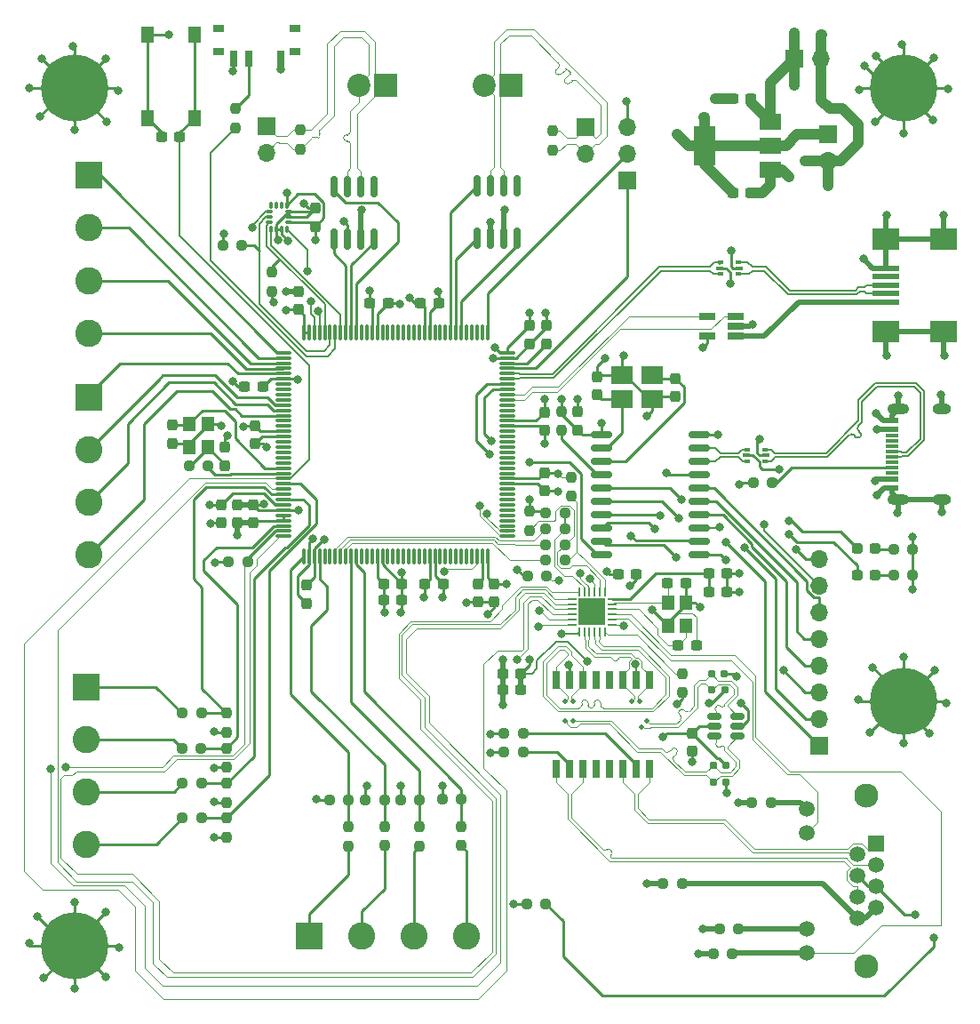
<source format=gbr>
%TF.GenerationSoftware,KiCad,Pcbnew,7.0.7*%
%TF.CreationDate,2024-04-15T16:49:56-05:00*%
%TF.ProjectId,Rev2.1,52657632-2e31-42e6-9b69-6361645f7063,rev?*%
%TF.SameCoordinates,Original*%
%TF.FileFunction,Copper,L1,Top*%
%TF.FilePolarity,Positive*%
%FSLAX46Y46*%
G04 Gerber Fmt 4.6, Leading zero omitted, Abs format (unit mm)*
G04 Created by KiCad (PCBNEW 7.0.7) date 2024-04-15 16:49:56*
%MOMM*%
%LPD*%
G01*
G04 APERTURE LIST*
G04 Aperture macros list*
%AMRoundRect*
0 Rectangle with rounded corners*
0 $1 Rounding radius*
0 $2 $3 $4 $5 $6 $7 $8 $9 X,Y pos of 4 corners*
0 Add a 4 corners polygon primitive as box body*
4,1,4,$2,$3,$4,$5,$6,$7,$8,$9,$2,$3,0*
0 Add four circle primitives for the rounded corners*
1,1,$1+$1,$2,$3*
1,1,$1+$1,$4,$5*
1,1,$1+$1,$6,$7*
1,1,$1+$1,$8,$9*
0 Add four rect primitives between the rounded corners*
20,1,$1+$1,$2,$3,$4,$5,0*
20,1,$1+$1,$4,$5,$6,$7,0*
20,1,$1+$1,$6,$7,$8,$9,0*
20,1,$1+$1,$8,$9,$2,$3,0*%
G04 Aperture macros list end*
%TA.AperFunction,SMDPad,CuDef*%
%ADD10RoundRect,0.237500X0.300000X0.237500X-0.300000X0.237500X-0.300000X-0.237500X0.300000X-0.237500X0*%
%TD*%
%TA.AperFunction,SMDPad,CuDef*%
%ADD11RoundRect,0.237500X0.237500X-0.300000X0.237500X0.300000X-0.237500X0.300000X-0.237500X-0.300000X0*%
%TD*%
%TA.AperFunction,SMDPad,CuDef*%
%ADD12RoundRect,0.160000X0.197500X0.160000X-0.197500X0.160000X-0.197500X-0.160000X0.197500X-0.160000X0*%
%TD*%
%TA.AperFunction,SMDPad,CuDef*%
%ADD13RoundRect,0.237500X0.237500X-0.250000X0.237500X0.250000X-0.237500X0.250000X-0.237500X-0.250000X0*%
%TD*%
%TA.AperFunction,SMDPad,CuDef*%
%ADD14RoundRect,0.150000X-0.875000X-0.150000X0.875000X-0.150000X0.875000X0.150000X-0.875000X0.150000X0*%
%TD*%
%TA.AperFunction,SMDPad,CuDef*%
%ADD15RoundRect,0.237500X0.287500X0.237500X-0.287500X0.237500X-0.287500X-0.237500X0.287500X-0.237500X0*%
%TD*%
%TA.AperFunction,SMDPad,CuDef*%
%ADD16RoundRect,0.237500X-0.300000X-0.237500X0.300000X-0.237500X0.300000X0.237500X-0.300000X0.237500X0*%
%TD*%
%TA.AperFunction,SMDPad,CuDef*%
%ADD17R,2.500000X0.500000*%
%TD*%
%TA.AperFunction,SMDPad,CuDef*%
%ADD18R,2.500000X2.000000*%
%TD*%
%TA.AperFunction,SMDPad,CuDef*%
%ADD19RoundRect,0.237500X0.250000X0.237500X-0.250000X0.237500X-0.250000X-0.237500X0.250000X-0.237500X0*%
%TD*%
%TA.AperFunction,ComponentPad*%
%ADD20C,0.800000*%
%TD*%
%TA.AperFunction,ComponentPad*%
%ADD21C,6.400000*%
%TD*%
%TA.AperFunction,SMDPad,CuDef*%
%ADD22RoundRect,0.237500X-0.237500X0.250000X-0.237500X-0.250000X0.237500X-0.250000X0.237500X0.250000X0*%
%TD*%
%TA.AperFunction,SMDPad,CuDef*%
%ADD23RoundRect,0.150000X0.150000X-0.825000X0.150000X0.825000X-0.150000X0.825000X-0.150000X-0.825000X0*%
%TD*%
%TA.AperFunction,SMDPad,CuDef*%
%ADD24RoundRect,0.237500X-0.237500X0.300000X-0.237500X-0.300000X0.237500X-0.300000X0.237500X0.300000X0*%
%TD*%
%TA.AperFunction,SMDPad,CuDef*%
%ADD25RoundRect,0.237500X-0.250000X-0.237500X0.250000X-0.237500X0.250000X0.237500X-0.250000X0.237500X0*%
%TD*%
%TA.AperFunction,SMDPad,CuDef*%
%ADD26R,1.150000X0.600000*%
%TD*%
%TA.AperFunction,SMDPad,CuDef*%
%ADD27R,1.150000X0.300000*%
%TD*%
%TA.AperFunction,ComponentPad*%
%ADD28O,2.100000X1.000000*%
%TD*%
%TA.AperFunction,ComponentPad*%
%ADD29O,1.800000X1.000000*%
%TD*%
%TA.AperFunction,ComponentPad*%
%ADD30R,1.700000X1.700000*%
%TD*%
%TA.AperFunction,ComponentPad*%
%ADD31O,1.700000X1.700000*%
%TD*%
%TA.AperFunction,SMDPad,CuDef*%
%ADD32R,1.200000X1.400000*%
%TD*%
%TA.AperFunction,ComponentPad*%
%ADD33R,2.200000X2.200000*%
%TD*%
%TA.AperFunction,ComponentPad*%
%ADD34C,2.200000*%
%TD*%
%TA.AperFunction,ComponentPad*%
%ADD35R,2.600000X2.600000*%
%TD*%
%TA.AperFunction,ComponentPad*%
%ADD36C,2.600000*%
%TD*%
%TA.AperFunction,SMDPad,CuDef*%
%ADD37R,2.100000X1.800000*%
%TD*%
%TA.AperFunction,SMDPad,CuDef*%
%ADD38R,0.760000X1.670000*%
%TD*%
%TA.AperFunction,SMDPad,CuDef*%
%ADD39R,1.300000X1.550000*%
%TD*%
%TA.AperFunction,SMDPad,CuDef*%
%ADD40RoundRect,0.062500X0.375000X0.062500X-0.375000X0.062500X-0.375000X-0.062500X0.375000X-0.062500X0*%
%TD*%
%TA.AperFunction,SMDPad,CuDef*%
%ADD41RoundRect,0.062500X0.062500X0.375000X-0.062500X0.375000X-0.062500X-0.375000X0.062500X-0.375000X0*%
%TD*%
%TA.AperFunction,ComponentPad*%
%ADD42C,0.500000*%
%TD*%
%TA.AperFunction,SMDPad,CuDef*%
%ADD43R,2.500000X2.500000*%
%TD*%
%TA.AperFunction,SMDPad,CuDef*%
%ADD44R,0.500000X0.375000*%
%TD*%
%TA.AperFunction,SMDPad,CuDef*%
%ADD45R,0.650000X0.300000*%
%TD*%
%TA.AperFunction,SMDPad,CuDef*%
%ADD46RoundRect,0.150000X0.512500X0.150000X-0.512500X0.150000X-0.512500X-0.150000X0.512500X-0.150000X0*%
%TD*%
%TA.AperFunction,SMDPad,CuDef*%
%ADD47R,1.560000X0.650000*%
%TD*%
%TA.AperFunction,SMDPad,CuDef*%
%ADD48RoundRect,0.075000X-0.662500X-0.075000X0.662500X-0.075000X0.662500X0.075000X-0.662500X0.075000X0*%
%TD*%
%TA.AperFunction,SMDPad,CuDef*%
%ADD49RoundRect,0.075000X-0.075000X-0.662500X0.075000X-0.662500X0.075000X0.662500X-0.075000X0.662500X0*%
%TD*%
%TA.AperFunction,ComponentPad*%
%ADD50R,1.500000X1.500000*%
%TD*%
%TA.AperFunction,ComponentPad*%
%ADD51C,1.500000*%
%TD*%
%TA.AperFunction,ComponentPad*%
%ADD52C,2.300000*%
%TD*%
%TA.AperFunction,SMDPad,CuDef*%
%ADD53RoundRect,0.087500X0.087500X-0.225000X0.087500X0.225000X-0.087500X0.225000X-0.087500X-0.225000X0*%
%TD*%
%TA.AperFunction,SMDPad,CuDef*%
%ADD54RoundRect,0.087500X0.225000X-0.087500X0.225000X0.087500X-0.225000X0.087500X-0.225000X-0.087500X0*%
%TD*%
%TA.AperFunction,SMDPad,CuDef*%
%ADD55R,1.000000X0.800000*%
%TD*%
%TA.AperFunction,SMDPad,CuDef*%
%ADD56R,0.700000X1.500000*%
%TD*%
%TA.AperFunction,SMDPad,CuDef*%
%ADD57R,2.000000X1.500000*%
%TD*%
%TA.AperFunction,SMDPad,CuDef*%
%ADD58R,2.000000X3.800000*%
%TD*%
%TA.AperFunction,ViaPad*%
%ADD59C,0.800000*%
%TD*%
%TA.AperFunction,ViaPad*%
%ADD60C,0.500000*%
%TD*%
%TA.AperFunction,Conductor*%
%ADD61C,0.250000*%
%TD*%
%TA.AperFunction,Conductor*%
%ADD62C,0.100000*%
%TD*%
%TA.AperFunction,Conductor*%
%ADD63C,1.000000*%
%TD*%
%TA.AperFunction,Conductor*%
%ADD64C,0.500000*%
%TD*%
%TA.AperFunction,Conductor*%
%ADD65C,0.150000*%
%TD*%
%TA.AperFunction,Conductor*%
%ADD66C,0.103100*%
%TD*%
%TA.AperFunction,Conductor*%
%ADD67C,0.121700*%
%TD*%
%TA.AperFunction,Conductor*%
%ADD68C,0.155400*%
%TD*%
%TA.AperFunction,Conductor*%
%ADD69C,0.200000*%
%TD*%
G04 APERTURE END LIST*
D10*
%TO.P,C6,1*%
%TO.N,GND*%
X169600000Y-110725000D03*
%TO.P,C6,2*%
%TO.N,Net-(U8-VDDCR)*%
X167875000Y-110725000D03*
%TD*%
D11*
%TO.P,C43,1*%
%TO.N,+3.3V*%
X124450000Y-105937500D03*
%TO.P,C43,2*%
%TO.N,GND*%
X124450000Y-104212500D03*
%TD*%
D12*
%TO.P,R32,1*%
%TO.N,+3.3V*%
X169372500Y-121875000D03*
%TO.P,R32,2*%
%TO.N,/Ethernet/TX-*%
X168177500Y-121875000D03*
%TD*%
D13*
%TO.P,R16,1*%
%TO.N,Net-(J9-Pin_4)*%
X144275000Y-136692500D03*
%TO.P,R16,2*%
%TO.N,L4*%
X144275000Y-134867500D03*
%TD*%
D14*
%TO.P,U7,1,VDD*%
%TO.N,+3.3V*%
X157685000Y-97560000D03*
%TO.P,U7,2,OSC1*%
%TO.N,Net-(U7-OSC1)*%
X157685000Y-98830000D03*
%TO.P,U7,3,OSC2*%
%TO.N,Net-(U7-OSC2)*%
X157685000Y-100100000D03*
%TO.P,U7,4,RST*%
%TO.N,Net-(U7-RST)*%
X157685000Y-101370000D03*
%TO.P,U7,5,GP7/TxLED*%
%TO.N,Net-(D2-A)*%
X157685000Y-102640000D03*
%TO.P,U7,6,GP6/RxLED*%
%TO.N,Net-(D1-A)*%
X157685000Y-103910000D03*
%TO.P,U7,7,GP5*%
%TO.N,GP5*%
X157685000Y-105180000D03*
%TO.P,U7,8,GP4*%
%TO.N,GP4*%
X157685000Y-106450000D03*
%TO.P,U7,9,GP3*%
%TO.N,GP3*%
X157685000Y-107720000D03*
%TO.P,U7,10,TX*%
%TO.N,USART1_RX*%
X157685000Y-108990000D03*
%TO.P,U7,11,RTS*%
%TO.N,RTS*%
X166985000Y-108990000D03*
%TO.P,U7,12,RX*%
%TO.N,USART1_TX*%
X166985000Y-107720000D03*
%TO.P,U7,13,CTS*%
%TO.N,CTS*%
X166985000Y-106450000D03*
%TO.P,U7,14,GP2*%
%TO.N,GP2*%
X166985000Y-105180000D03*
%TO.P,U7,15,GP1/USB-CFG*%
%TO.N,GP1*%
X166985000Y-103910000D03*
%TO.P,U7,16,GP0/SSPND*%
%TO.N,GP0*%
X166985000Y-102640000D03*
%TO.P,U7,17,V_USB*%
%TO.N,+3.3V*%
X166985000Y-101370000D03*
%TO.P,U7,18,D-*%
%TO.N,USB_PROG-*%
X166985000Y-100100000D03*
%TO.P,U7,19,D+*%
%TO.N,USB_PROG+*%
X166985000Y-98830000D03*
%TO.P,U7,20,VSS*%
%TO.N,GND*%
X166985000Y-97560000D03*
%TD*%
D15*
%TO.P,D2,1,K*%
%TO.N,Net-(D2-K)*%
X183750000Y-108360000D03*
%TO.P,D2,2,A*%
%TO.N,Net-(D2-A)*%
X182000000Y-108360000D03*
%TD*%
D16*
%TO.P,C39,1*%
%TO.N,+3.3V*%
X135562500Y-85000000D03*
%TO.P,C39,2*%
%TO.N,GND*%
X137287500Y-85000000D03*
%TD*%
D17*
%TO.P,J6,1,VBUS*%
%TO.N,/USB wiring/VBUS1*%
X184775000Y-84900000D03*
%TO.P,J6,2,D-*%
%TO.N,USBData->ESD-*%
X184775000Y-84100000D03*
%TO.P,J6,3,D+*%
%TO.N,USBData->ESD+*%
X184775000Y-83300000D03*
%TO.P,J6,4,ID*%
%TO.N,unconnected-(J6-ID-Pad4)*%
X184775000Y-82500000D03*
%TO.P,J6,5,GND*%
%TO.N,GND*%
X184775000Y-81700000D03*
D18*
%TO.P,J6,6,Shield*%
X184775000Y-87700000D03*
X190275000Y-87700000D03*
X184775000Y-78900000D03*
X190275000Y-78900000D03*
%TD*%
D19*
%TO.P,R28,1*%
%TO.N,Net-(J13-Pad7)*%
X165312500Y-140300000D03*
%TO.P,R28,2*%
%TO.N,GND*%
X163487500Y-140300000D03*
%TD*%
D20*
%TO.P,H4,1,1*%
%TO.N,GND*%
X184000000Y-64500000D03*
X184702944Y-62802944D03*
X184702944Y-66197056D03*
X186400000Y-62100000D03*
D21*
X186400000Y-64500000D03*
D20*
X186400000Y-66900000D03*
X188097056Y-62802944D03*
X188097056Y-66197056D03*
X188800000Y-64500000D03*
%TD*%
D22*
%TO.P,R39,1*%
%TO.N,+3.3V*%
X150750000Y-104837500D03*
%TO.P,R39,2*%
%TO.N,Net-(U8-RXD0{slash}MODE0)*%
X150750000Y-106662500D03*
%TD*%
D23*
%TO.P,U4,1,TXD*%
%TO.N,CAN1_TX*%
X145795000Y-78800000D03*
%TO.P,U4,2,GND*%
%TO.N,GND*%
X147065000Y-78800000D03*
%TO.P,U4,3,VCC*%
%TO.N,+5V*%
X148335000Y-78800000D03*
%TO.P,U4,4,RXD*%
%TO.N,CAN1_RX*%
X149605000Y-78800000D03*
%TO.P,U4,5,NC*%
%TO.N,unconnected-(U4-NC-Pad5)*%
X149605000Y-73850000D03*
%TO.P,U4,6,CANL*%
%TO.N,/CAN1-*%
X148335000Y-73850000D03*
%TO.P,U4,7,CANH*%
%TO.N,/CAN1+*%
X147065000Y-73850000D03*
%TO.P,U4,8,S*%
%TO.N,Silent_Mode1*%
X145795000Y-73850000D03*
%TD*%
D19*
%TO.P,R29,1*%
%TO.N,Net-(J13-Pad9)*%
X173812500Y-132600000D03*
%TO.P,R29,2*%
%TO.N,GND*%
X171987500Y-132600000D03*
%TD*%
D15*
%TO.P,D1,1,K*%
%TO.N,Net-(D1-K)*%
X183750000Y-110950000D03*
%TO.P,D1,2,A*%
%TO.N,Net-(D1-A)*%
X182000000Y-110950000D03*
%TD*%
D13*
%TO.P,R13,1*%
%TO.N,Net-(J9-Pin_1)*%
X133525000Y-136717500D03*
%TO.P,R13,2*%
%TO.N,L1*%
X133525000Y-134892500D03*
%TD*%
D24*
%TO.P,C5,1*%
%TO.N,+3.3V*%
X166300000Y-125962500D03*
%TO.P,C5,2*%
%TO.N,GND*%
X166300000Y-127687500D03*
%TD*%
D25*
%TO.P,R38,1*%
%TO.N,ETH_CRS_DV*%
X152337500Y-106500000D03*
%TO.P,R38,2*%
%TO.N,Net-(U8-CRS_DV{slash}MODE2)*%
X154162500Y-106500000D03*
%TD*%
D26*
%TO.P,P2,A1,GND*%
%TO.N,GND*%
X185320000Y-102600000D03*
%TO.P,P2,A4,VBUS*%
%TO.N,+5V*%
X185320000Y-101800000D03*
D27*
%TO.P,P2,A5,CC*%
%TO.N,Net-(P2-CC)*%
X185320000Y-100650000D03*
%TO.P,P2,A6,D+*%
%TO.N,/USB wiring/USB->ESD+*%
X185320000Y-99650000D03*
%TO.P,P2,A7,D-*%
%TO.N,/USB wiring/USB->ESD-*%
X185320000Y-99150000D03*
%TO.P,P2,A8*%
%TO.N,N/C*%
X185320000Y-98150000D03*
D26*
%TO.P,P2,A9,VBUS*%
%TO.N,+5V*%
X185320000Y-97000000D03*
%TO.P,P2,A12,GND*%
%TO.N,GND*%
X185320000Y-96200000D03*
%TO.P,P2,B4,VBUS*%
%TO.N,+5V*%
X185320000Y-97000000D03*
D27*
%TO.P,P2,B5,VCONN*%
%TO.N,unconnected-(P2-VCONN-PadB5)*%
X185320000Y-97650000D03*
%TO.P,P2,B6*%
%TO.N,N/C*%
X185320000Y-98650000D03*
%TO.P,P2,B7*%
X185320000Y-100150000D03*
%TO.P,P2,B8*%
X185320000Y-101150000D03*
D26*
%TO.P,P2,B9,VBUS*%
%TO.N,+5V*%
X185320000Y-101800000D03*
D28*
%TO.P,P2,S1,SHIELD*%
%TO.N,GND*%
X185895000Y-103720000D03*
D29*
X190075000Y-103720000D03*
D28*
X185895000Y-95080000D03*
D29*
X190075000Y-95080000D03*
%TD*%
D10*
%TO.P,C35,1*%
%TO.N,+3.3V*%
X142562500Y-111775000D03*
%TO.P,C35,2*%
%TO.N,GND*%
X140837500Y-111775000D03*
%TD*%
D19*
%TO.P,R36,1*%
%TO.N,REGOFF_LED*%
X170112500Y-147000000D03*
%TO.P,R36,2*%
%TO.N,GND*%
X168287500Y-147000000D03*
%TD*%
D30*
%TO.P,J12,1,Pin_1*%
%TO.N,+5V*%
X176025000Y-61700000D03*
D31*
%TO.P,J12,2,Pin_2*%
%TO.N,GND*%
X178565000Y-61700000D03*
%TD*%
D16*
%TO.P,C10,1*%
%TO.N,Net-(U8-XTAL2)*%
X164937500Y-117600000D03*
%TO.P,C10,2*%
%TO.N,GND*%
X166662500Y-117600000D03*
%TD*%
D32*
%TO.P,Y3,1,1*%
%TO.N,Net-(U8-XTAL1{slash}CLKIN)*%
X164000000Y-113575000D03*
%TO.P,Y3,2,2*%
%TO.N,GND*%
X164000000Y-115775000D03*
%TO.P,Y3,3,3*%
%TO.N,Net-(U8-XTAL2)*%
X165700000Y-115775000D03*
%TO.P,Y3,4,4*%
%TO.N,GND*%
X165700000Y-113575000D03*
%TD*%
D24*
%TO.P,C37,1*%
%TO.N,+3.3V*%
X150825000Y-87137500D03*
%TO.P,C37,2*%
%TO.N,GND*%
X150825000Y-88862500D03*
%TD*%
D19*
%TO.P,R25,1*%
%TO.N,Net-(J13-Pad4)*%
X152337500Y-142210000D03*
%TO.P,R25,2*%
%TO.N,GND*%
X150512500Y-142210000D03*
%TD*%
D13*
%TO.P,R14,1*%
%TO.N,Net-(J9-Pin_2)*%
X136975000Y-136667500D03*
%TO.P,R14,2*%
%TO.N,L2*%
X136975000Y-134842500D03*
%TD*%
D19*
%TO.P,R30,1*%
%TO.N,Net-(J13-Pad11)*%
X170712500Y-144600000D03*
%TO.P,R30,2*%
%TO.N,GND*%
X168887500Y-144600000D03*
%TD*%
D25*
%TO.P,R10,1*%
%TO.N,Net-(J8-Pin_2)*%
X117667500Y-127400000D03*
%TO.P,R10,2*%
%TO.N,A4*%
X119492500Y-127400000D03*
%TD*%
D33*
%TO.P,J2,1,Pin_1*%
%TO.N,/CAN2-*%
X137050000Y-64225000D03*
D34*
%TO.P,J2,2,Pin_2*%
%TO.N,/CAN2+*%
X134510000Y-64225000D03*
%TD*%
D25*
%TO.P,R45,1*%
%TO.N,+3.3V*%
X121562500Y-79500000D03*
%TO.P,R45,2*%
%TO.N,LSM6DSOX_SCL*%
X123387500Y-79500000D03*
%TD*%
D10*
%TO.P,C12,1*%
%TO.N,Net-(C11-Pad1)*%
X149937500Y-120285000D03*
%TO.P,C12,2*%
%TO.N,GND*%
X148212500Y-120285000D03*
%TD*%
D19*
%TO.P,R24,1*%
%TO.N,L4*%
X144300000Y-132250000D03*
%TO.P,R24,2*%
%TO.N,GND*%
X142475000Y-132250000D03*
%TD*%
D16*
%TO.P,C32,1*%
%TO.N,+3.3V*%
X170137500Y-74500000D03*
%TO.P,C32,2*%
%TO.N,GND*%
X171862500Y-74500000D03*
%TD*%
D19*
%TO.P,R7,1*%
%TO.N,GND*%
X187300000Y-108425000D03*
%TO.P,R7,2*%
%TO.N,Net-(D2-K)*%
X185475000Y-108425000D03*
%TD*%
D22*
%TO.P,R35,1*%
%TO.N,Net-(U8-RBIAS)*%
X165350000Y-120287500D03*
%TO.P,R35,2*%
%TO.N,GND*%
X165350000Y-122112500D03*
%TD*%
D35*
%TO.P,J7,1,Pin_1*%
%TO.N,GPIO1*%
X108750000Y-72850000D03*
D36*
%TO.P,J7,2,Pin_2*%
%TO.N,GPIO2*%
X108750000Y-77850000D03*
%TO.P,J7,3,Pin_3*%
%TO.N,GPIO3*%
X108750000Y-82850000D03*
%TO.P,J7,4,Pin_4*%
%TO.N,GPIO4*%
X108750000Y-87850000D03*
%TD*%
D37*
%TO.P,Y1,1,1*%
%TO.N,Net-(U7-OSC2)*%
X162475000Y-91875000D03*
%TO.P,Y1,2,2*%
%TO.N,GND*%
X159575000Y-91875000D03*
%TO.P,Y1,3,3*%
%TO.N,Net-(U7-OSC1)*%
X159575000Y-94175000D03*
%TO.P,Y1,4,4*%
%TO.N,GND*%
X162475000Y-94175000D03*
%TD*%
D20*
%TO.P,H1,1,1*%
%TO.N,GND*%
X105000000Y-64500000D03*
X105702944Y-62802944D03*
X105702944Y-66197056D03*
X107400000Y-62100000D03*
D21*
X107400000Y-64500000D03*
D20*
X107400000Y-66900000D03*
X109097056Y-62802944D03*
X109097056Y-66197056D03*
X109800000Y-64500000D03*
%TD*%
D38*
%TO.P,T1,1*%
%TO.N,/Ethernet/TX+*%
X162195000Y-120878000D03*
%TO.P,T1,2*%
%TO.N,Net-(C11-Pad1)*%
X160925000Y-120878000D03*
%TO.P,T1,3*%
%TO.N,/Ethernet/TX-*%
X159655000Y-120878000D03*
%TO.P,T1,4*%
%TO.N,N/C*%
X158385000Y-120878000D03*
%TO.P,T1,5*%
X157115000Y-120878000D03*
%TO.P,T1,6*%
%TO.N,/Ethernet/RX+*%
X155845000Y-120878000D03*
%TO.P,T1,7*%
%TO.N,Net-(C11-Pad1)*%
X154575000Y-120878000D03*
%TO.P,T1,8*%
%TO.N,/Ethernet/RX-*%
X153305000Y-120878000D03*
%TO.P,T1,9*%
%TO.N,/Ethernet/RX->ESD-*%
X153305000Y-129408000D03*
%TO.P,T1,10*%
%TO.N,Net-(R27-Pad1)*%
X154575000Y-129408000D03*
%TO.P,T1,11*%
%TO.N,/Ethernet/RX->ESD+*%
X155845000Y-129408000D03*
%TO.P,T1,12*%
%TO.N,N/C*%
X157115000Y-129408000D03*
%TO.P,T1,13*%
X158385000Y-129408000D03*
%TO.P,T1,14*%
%TO.N,/Ethernet/TX->ESD-*%
X159655000Y-129408000D03*
%TO.P,T1,15*%
%TO.N,Net-(R26-Pad1)*%
X160925000Y-129408000D03*
%TO.P,T1,16*%
%TO.N,/Ethernet/TX->ESD+*%
X162195000Y-129408000D03*
%TD*%
D22*
%TO.P,R18,1*%
%TO.N,A4*%
X121905000Y-127387500D03*
%TO.P,R18,2*%
%TO.N,GND*%
X121905000Y-129212500D03*
%TD*%
D20*
%TO.P,H2,1,1*%
%TO.N,GND*%
X105000000Y-146200000D03*
X105702944Y-144502944D03*
X105702944Y-147897056D03*
X107400000Y-143800000D03*
D21*
X107400000Y-146200000D03*
D20*
X107400000Y-148600000D03*
X109097056Y-144502944D03*
X109097056Y-147897056D03*
X109800000Y-146200000D03*
%TD*%
D13*
%TO.P,R5,1*%
%TO.N,Net-(U7-RST)*%
X153825000Y-97137500D03*
%TO.P,R5,2*%
%TO.N,+3.3V*%
X153825000Y-95312500D03*
%TD*%
D25*
%TO.P,R42,1*%
%TO.N,GND*%
X150587500Y-111000000D03*
%TO.P,R42,2*%
%TO.N,Net-(U8-RXER{slash}PHYAD0)*%
X152412500Y-111000000D03*
%TD*%
D30*
%TO.P,J3,1,Pin_1*%
%TO.N,/CAN1-*%
X156125000Y-68250000D03*
D31*
%TO.P,J3,2,Pin_2*%
%TO.N,/CAN1+*%
X156125000Y-70790000D03*
%TD*%
D30*
%TO.P,J11,1,Pin_1*%
%TO.N,+3.3V*%
X179200000Y-68950000D03*
D31*
%TO.P,J11,2,Pin_2*%
%TO.N,GND*%
X179200000Y-71490000D03*
%TD*%
D24*
%TO.P,C27,1*%
%TO.N,HSE_IN*%
X116750000Y-96637500D03*
%TO.P,C27,2*%
%TO.N,GND*%
X116750000Y-98362500D03*
%TD*%
D39*
%TO.P,SW5,1,1*%
%TO.N,GND*%
X114350000Y-67380000D03*
X114350000Y-59420000D03*
%TO.P,SW5,2,2*%
%TO.N,NRST*%
X118850000Y-67380000D03*
X118850000Y-59420000D03*
%TD*%
D19*
%TO.P,R22,1*%
%TO.N,L3*%
X140312500Y-132305000D03*
%TO.P,R22,2*%
%TO.N,GND*%
X138487500Y-132305000D03*
%TD*%
D40*
%TO.P,U8,1,VDD2A*%
%TO.N,+3.3V*%
X158687500Y-115675000D03*
%TO.P,U8,2,LED2/~{INTSEL}*%
%TO.N,INTSEL_LED*%
X158687500Y-115175000D03*
%TO.P,U8,3,LED1/REGOFF*%
%TO.N,REGOFF_LED*%
X158687500Y-114675000D03*
%TO.P,U8,4,XTAL2*%
%TO.N,Net-(U8-XTAL2)*%
X158687500Y-114175000D03*
%TO.P,U8,5,XTAL1/CLKIN*%
%TO.N,Net-(U8-XTAL1{slash}CLKIN)*%
X158687500Y-113675000D03*
%TO.P,U8,6,VDDCR*%
%TO.N,Net-(U8-VDDCR)*%
X158687500Y-113175000D03*
D41*
%TO.P,U8,7,RXD1/MODE1*%
%TO.N,Net-(U8-RXD1{slash}MODE1)*%
X158000000Y-112487500D03*
%TO.P,U8,8,RXD0/MODE0*%
%TO.N,Net-(U8-RXD0{slash}MODE0)*%
X157500000Y-112487500D03*
%TO.P,U8,9,VDDIO*%
%TO.N,+3.3V*%
X157000000Y-112487500D03*
%TO.P,U8,10,RXER/PHYAD0*%
%TO.N,Net-(U8-RXER{slash}PHYAD0)*%
X156500000Y-112487500D03*
%TO.P,U8,11,CRS_DV/MODE2*%
%TO.N,Net-(U8-CRS_DV{slash}MODE2)*%
X156000000Y-112487500D03*
%TO.P,U8,12,MDIO*%
%TO.N,ETH_MDIO*%
X155500000Y-112487500D03*
D40*
%TO.P,U8,13,MDC*%
%TO.N,ETH_MDC*%
X154812500Y-113175000D03*
%TO.P,U8,14,~{INT}/REFCLKO*%
%TO.N,ETH_REF_CLK*%
X154812500Y-113675000D03*
%TO.P,U8,15,~{RST}*%
%TO.N,NRST*%
X154812500Y-114175000D03*
%TO.P,U8,16,TXEN*%
%TO.N,ETH_TX_EN*%
X154812500Y-114675000D03*
%TO.P,U8,17,TXD0*%
%TO.N,ETH_TXD0*%
X154812500Y-115175000D03*
%TO.P,U8,18,TXD1*%
%TO.N,ETH_TXD1*%
X154812500Y-115675000D03*
D41*
%TO.P,U8,19,VDD1A*%
%TO.N,+3.3V*%
X155500000Y-116362500D03*
%TO.P,U8,20,TXN*%
%TO.N,/Ethernet/TX-*%
X156000000Y-116362500D03*
%TO.P,U8,21,TXP*%
%TO.N,/Ethernet/TX+*%
X156500000Y-116362500D03*
%TO.P,U8,22,RXN*%
%TO.N,/Ethernet/RX-*%
X157000000Y-116362500D03*
%TO.P,U8,23,RXP*%
%TO.N,/Ethernet/RX+*%
X157500000Y-116362500D03*
%TO.P,U8,24,RBIAS*%
%TO.N,Net-(U8-RBIAS)*%
X158000000Y-116362500D03*
D42*
%TO.P,U8,25,VSS*%
%TO.N,GND*%
X157750000Y-115425000D03*
X157750000Y-114425000D03*
X157750000Y-113425000D03*
X156750000Y-115425000D03*
X156750000Y-114425000D03*
D43*
X156750000Y-114425000D03*
D42*
X156750000Y-113425000D03*
X155750000Y-115425000D03*
X155750000Y-114425000D03*
X155750000Y-113425000D03*
%TD*%
D10*
%TO.P,C34,1*%
%TO.N,+3.3V*%
X138612500Y-111775000D03*
%TO.P,C34,2*%
%TO.N,GND*%
X136887500Y-111775000D03*
%TD*%
D22*
%TO.P,R1,1*%
%TO.N,/CAN2-*%
X128975000Y-68512500D03*
%TO.P,R1,2*%
%TO.N,/CAN2+*%
X128975000Y-70337500D03*
%TD*%
D11*
%TO.P,C31,1*%
%TO.N,Net-(C31-Pad1)*%
X121775000Y-100462500D03*
%TO.P,C31,2*%
%TO.N,GND*%
X121775000Y-98737500D03*
%TD*%
%TO.P,C25,1*%
%TO.N,+3.3V*%
X124600000Y-98387500D03*
%TO.P,C25,2*%
%TO.N,GND*%
X124600000Y-96662500D03*
%TD*%
D24*
%TO.P,C36,1*%
%TO.N,+3.3V*%
X147400000Y-111762500D03*
%TO.P,C36,2*%
%TO.N,GND*%
X147400000Y-113487500D03*
%TD*%
D16*
%TO.P,C8,1*%
%TO.N,+3.3V*%
X159237500Y-110850000D03*
%TO.P,C8,2*%
%TO.N,GND*%
X160962500Y-110850000D03*
%TD*%
D30*
%TO.P,J1,1,Pin_1*%
%TO.N,/CAN2-*%
X125700000Y-68150000D03*
D31*
%TO.P,J1,2,Pin_2*%
%TO.N,/CAN2+*%
X125700000Y-70690000D03*
%TD*%
D22*
%TO.P,R2,1*%
%TO.N,/CAN1-*%
X152975000Y-68612500D03*
%TO.P,R2,2*%
%TO.N,/CAN1+*%
X152975000Y-70437500D03*
%TD*%
D35*
%TO.P,J9,1,Pin_1*%
%TO.N,Net-(J9-Pin_1)*%
X129800000Y-145280000D03*
D36*
%TO.P,J9,2,Pin_2*%
%TO.N,Net-(J9-Pin_2)*%
X134800000Y-145280000D03*
%TO.P,J9,3,Pin_3*%
%TO.N,Net-(J9-Pin_3)*%
X139800000Y-145280000D03*
%TO.P,J9,4,Pin_4*%
%TO.N,Net-(J9-Pin_4)*%
X144800000Y-145280000D03*
%TD*%
D30*
%TO.P,J5,1,Pin_1*%
%TO.N,SYS_JTMS_SWDIO*%
X160075000Y-73325000D03*
D31*
%TO.P,J5,2,Pin_2*%
%TO.N,SYS_JTCK_SWCLK*%
X160075000Y-70785000D03*
%TO.P,J5,3,Pin_3*%
%TO.N,GND*%
X160075000Y-68245000D03*
%TD*%
D44*
%TO.P,U10,1,I/O1*%
%TO.N,USBData->ESD-*%
X170710000Y-82212500D03*
D45*
%TO.P,U10,2,GND*%
%TO.N,GND*%
X170785000Y-81675000D03*
D44*
%TO.P,U10,3,I/O2*%
%TO.N,USBData->ESD+*%
X170710000Y-81137500D03*
%TO.P,U10,4,I/O2*%
%TO.N,USB_DATA+*%
X169010000Y-81137500D03*
D45*
%TO.P,U10,5,VBUS*%
%TO.N,+5V*%
X168935000Y-81675000D03*
D44*
%TO.P,U10,6,I/O1*%
%TO.N,USB_DATA-*%
X169010000Y-82212500D03*
%TD*%
D25*
%TO.P,R44,1*%
%TO.N,ETH_RXD0*%
X152337500Y-108000000D03*
%TO.P,R44,2*%
%TO.N,Net-(U8-RXD0{slash}MODE0)*%
X154162500Y-108000000D03*
%TD*%
D16*
%TO.P,C38,1*%
%TO.N,+3.3V*%
X140412500Y-85000000D03*
%TO.P,C38,2*%
%TO.N,GND*%
X142137500Y-85000000D03*
%TD*%
D46*
%TO.P,U12,1,I/O1*%
%TO.N,/Ethernet/RX-*%
X170637500Y-126275000D03*
%TO.P,U12,2,GND*%
%TO.N,GND*%
X170637500Y-125325000D03*
%TO.P,U12,3,I/O2*%
%TO.N,/Ethernet/TX+*%
X170637500Y-124375000D03*
%TO.P,U12,4,I/O3*%
%TO.N,/Ethernet/TX-*%
X168362500Y-124375000D03*
%TO.P,U12,5,VBUS*%
%TO.N,+3.3V*%
X168362500Y-125325000D03*
%TO.P,U12,6,I/O4*%
%TO.N,/Ethernet/RX+*%
X168362500Y-126275000D03*
%TD*%
D25*
%TO.P,R11,1*%
%TO.N,Net-(J8-Pin_3)*%
X117692500Y-130750000D03*
%TO.P,R11,2*%
%TO.N,A3*%
X119517500Y-130750000D03*
%TD*%
D19*
%TO.P,R43,1*%
%TO.N,Net-(U8-RXD1{slash}MODE1)*%
X154162500Y-109500000D03*
%TO.P,R43,2*%
%TO.N,ETH_RXD1*%
X152337500Y-109500000D03*
%TD*%
D10*
%TO.P,C11,1*%
%TO.N,Net-(C11-Pad1)*%
X149937500Y-121860000D03*
%TO.P,C11,2*%
%TO.N,GND*%
X148212500Y-121860000D03*
%TD*%
D25*
%TO.P,R9,1*%
%TO.N,Net-(J8-Pin_1)*%
X117680000Y-124055000D03*
%TO.P,R9,2*%
%TO.N,A2*%
X119505000Y-124055000D03*
%TD*%
%TO.P,R12,1*%
%TO.N,Net-(J8-Pin_4)*%
X117692500Y-134050000D03*
%TO.P,R12,2*%
%TO.N,A1*%
X119517500Y-134050000D03*
%TD*%
%TO.P,R37,1*%
%TO.N,+3.3V*%
X122112500Y-109675000D03*
%TO.P,R37,2*%
%TO.N,ETH_REF_CLK*%
X123937500Y-109675000D03*
%TD*%
D10*
%TO.P,C41,1*%
%TO.N,+3.3V*%
X125362500Y-93000000D03*
%TO.P,C41,2*%
%TO.N,GND*%
X123637500Y-93000000D03*
%TD*%
D47*
%TO.P,U9,1,OUT*%
%TO.N,/USB wiring/VBUS1*%
X170435000Y-88150000D03*
%TO.P,U9,2,GND*%
%TO.N,GND*%
X170435000Y-87200000D03*
%TO.P,U9,3,FAULT*%
%TO.N,STMPS2151STR_FAULT*%
X170435000Y-86250000D03*
%TO.P,U9,4,EN*%
%TO.N,STMPS2151STR_EN*%
X167735000Y-86250000D03*
%TO.P,U9,5,VIN*%
%TO.N,+5V*%
X167735000Y-88150000D03*
%TD*%
D48*
%TO.P,U1,1,PE2*%
%TO.N,GPIO1*%
X127362500Y-89725000D03*
%TO.P,U1,2,PE3*%
%TO.N,GPIO2*%
X127362500Y-90225000D03*
%TO.P,U1,3,PE4*%
%TO.N,GPIO3*%
X127362500Y-90725000D03*
%TO.P,U1,4,PE5*%
%TO.N,GPIO4*%
X127362500Y-91225000D03*
%TO.P,U1,5,PE6*%
%TO.N,GPIO5*%
X127362500Y-91725000D03*
%TO.P,U1,6,VBAT*%
%TO.N,+3.3V*%
X127362500Y-92225000D03*
%TO.P,U1,7,PC13*%
%TO.N,unconnected-(U1-PC13-Pad7)*%
X127362500Y-92725000D03*
%TO.P,U1,8,PC14*%
%TO.N,unconnected-(U1-PC14-Pad8)*%
X127362500Y-93225000D03*
%TO.P,U1,9,PC15*%
%TO.N,unconnected-(U1-PC15-Pad9)*%
X127362500Y-93725000D03*
%TO.P,U1,10,PF0*%
%TO.N,unconnected-(U1-PF0-Pad10)*%
X127362500Y-94225000D03*
%TO.P,U1,11,PF1*%
%TO.N,GPIO6*%
X127362500Y-94725000D03*
%TO.P,U1,12,PF2*%
%TO.N,GPIO7*%
X127362500Y-95225000D03*
%TO.P,U1,13,PF3*%
%TO.N,GPIO8*%
X127362500Y-95725000D03*
%TO.P,U1,14,PF4*%
%TO.N,unconnected-(U1-PF4-Pad14)*%
X127362500Y-96225000D03*
%TO.P,U1,15,PF5*%
%TO.N,unconnected-(U1-PF5-Pad15)*%
X127362500Y-96725000D03*
%TO.P,U1,16,VSS*%
%TO.N,GND*%
X127362500Y-97225000D03*
%TO.P,U1,17,VDD*%
%TO.N,+3.3V*%
X127362500Y-97725000D03*
%TO.P,U1,18,PF6*%
%TO.N,unconnected-(U1-PF6-Pad18)*%
X127362500Y-98225000D03*
%TO.P,U1,19,PF7*%
%TO.N,unconnected-(U1-PF7-Pad19)*%
X127362500Y-98725000D03*
%TO.P,U1,20,PF8*%
%TO.N,unconnected-(U1-PF8-Pad20)*%
X127362500Y-99225000D03*
%TO.P,U1,21,PF9*%
%TO.N,unconnected-(U1-PF9-Pad21)*%
X127362500Y-99725000D03*
%TO.P,U1,22,PF10*%
%TO.N,unconnected-(U1-PF10-Pad22)*%
X127362500Y-100225000D03*
%TO.P,U1,23,PH0*%
%TO.N,HSE_IN*%
X127362500Y-100725000D03*
%TO.P,U1,24,PH1*%
%TO.N,HSE_OUT*%
X127362500Y-101225000D03*
%TO.P,U1,25,NRST*%
%TO.N,NRST*%
X127362500Y-101725000D03*
%TO.P,U1,26,PC0*%
%TO.N,A1*%
X127362500Y-102225000D03*
%TO.P,U1,27,PC1*%
%TO.N,ETH_MDC*%
X127362500Y-102725000D03*
%TO.P,U1,28,PC2*%
%TO.N,A2*%
X127362500Y-103225000D03*
%TO.P,U1,29,PC3*%
%TO.N,A3*%
X127362500Y-103725000D03*
%TO.P,U1,30,VDD*%
%TO.N,+3.3V*%
X127362500Y-104225000D03*
%TO.P,U1,31,VSSA*%
%TO.N,GND*%
X127362500Y-104725000D03*
%TO.P,U1,32,VREF+*%
%TO.N,+3.3V*%
X127362500Y-105225000D03*
%TO.P,U1,33,VDDA*%
X127362500Y-105725000D03*
%TO.P,U1,34,PA0*%
%TO.N,A4*%
X127362500Y-106225000D03*
%TO.P,U1,35,PA1*%
%TO.N,ETH_REF_CLK*%
X127362500Y-106725000D03*
%TO.P,U1,36,PA2*%
%TO.N,ETH_MDIO*%
X127362500Y-107225000D03*
D49*
%TO.P,U1,37,PA3*%
%TO.N,L1*%
X129275000Y-109137500D03*
%TO.P,U1,38,VSS*%
%TO.N,GND*%
X129775000Y-109137500D03*
%TO.P,U1,39,VDD*%
%TO.N,+3.3V*%
X130275000Y-109137500D03*
%TO.P,U1,40,PA4*%
%TO.N,L2*%
X130775000Y-109137500D03*
%TO.P,U1,41,PA5*%
%TO.N,unconnected-(U1-PA5-Pad41)*%
X131275000Y-109137500D03*
%TO.P,U1,42,PA6*%
%TO.N,unconnected-(U1-PA6-Pad42)*%
X131775000Y-109137500D03*
%TO.P,U1,43,PA7*%
%TO.N,ETH_CRS_DV*%
X132275000Y-109137500D03*
%TO.P,U1,44,PC4*%
%TO.N,ETH_RXD0*%
X132775000Y-109137500D03*
%TO.P,U1,45,PC5*%
%TO.N,ETH_RXD1*%
X133275000Y-109137500D03*
%TO.P,U1,46,PB0*%
%TO.N,L3*%
X133775000Y-109137500D03*
%TO.P,U1,47,PB1*%
%TO.N,L4*%
X134275000Y-109137500D03*
%TO.P,U1,48,PB2*%
%TO.N,unconnected-(U1-PB2-Pad48)*%
X134775000Y-109137500D03*
%TO.P,U1,49,PF11*%
%TO.N,unconnected-(U1-PF11-Pad49)*%
X135275000Y-109137500D03*
%TO.P,U1,50,PF12*%
%TO.N,unconnected-(U1-PF12-Pad50)*%
X135775000Y-109137500D03*
%TO.P,U1,51,VSS*%
%TO.N,GND*%
X136275000Y-109137500D03*
%TO.P,U1,52,VDD*%
%TO.N,+3.3V*%
X136775000Y-109137500D03*
%TO.P,U1,53,PF13*%
%TO.N,unconnected-(U1-PF13-Pad53)*%
X137275000Y-109137500D03*
%TO.P,U1,54,PF14*%
%TO.N,unconnected-(U1-PF14-Pad54)*%
X137775000Y-109137500D03*
%TO.P,U1,55,PF15*%
%TO.N,unconnected-(U1-PF15-Pad55)*%
X138275000Y-109137500D03*
%TO.P,U1,56,PG0*%
%TO.N,unconnected-(U1-PG0-Pad56)*%
X138775000Y-109137500D03*
%TO.P,U1,57,PG1*%
%TO.N,unconnected-(U1-PG1-Pad57)*%
X139275000Y-109137500D03*
%TO.P,U1,58,PE7*%
%TO.N,unconnected-(U1-PE7-Pad58)*%
X139775000Y-109137500D03*
%TO.P,U1,59,PE8*%
%TO.N,unconnected-(U1-PE8-Pad59)*%
X140275000Y-109137500D03*
%TO.P,U1,60,PE9*%
%TO.N,unconnected-(U1-PE9-Pad60)*%
X140775000Y-109137500D03*
%TO.P,U1,61,VSS*%
%TO.N,GND*%
X141275000Y-109137500D03*
%TO.P,U1,62,VDD*%
%TO.N,+3.3V*%
X141775000Y-109137500D03*
%TO.P,U1,63,PE10*%
%TO.N,unconnected-(U1-PE10-Pad63)*%
X142275000Y-109137500D03*
%TO.P,U1,64,PE11*%
%TO.N,unconnected-(U1-PE11-Pad64)*%
X142775000Y-109137500D03*
%TO.P,U1,65,PE12*%
%TO.N,unconnected-(U1-PE12-Pad65)*%
X143275000Y-109137500D03*
%TO.P,U1,66,PE13*%
%TO.N,unconnected-(U1-PE13-Pad66)*%
X143775000Y-109137500D03*
%TO.P,U1,67,PE14*%
%TO.N,unconnected-(U1-PE14-Pad67)*%
X144275000Y-109137500D03*
%TO.P,U1,68,PE15*%
%TO.N,unconnected-(U1-PE15-Pad68)*%
X144775000Y-109137500D03*
%TO.P,U1,69,PB10*%
%TO.N,unconnected-(U1-PB10-Pad69)*%
X145275000Y-109137500D03*
%TO.P,U1,70,PB11*%
%TO.N,ETH_TX_EN*%
X145775000Y-109137500D03*
%TO.P,U1,71,VCAP_1*%
%TO.N,VCAP_1*%
X146275000Y-109137500D03*
%TO.P,U1,72,VDD*%
%TO.N,+3.3V*%
X146775000Y-109137500D03*
D48*
%TO.P,U1,73,PB12*%
%TO.N,ETH_TXD0*%
X148687500Y-107225000D03*
%TO.P,U1,74,PB13*%
%TO.N,ETH_TXD1*%
X148687500Y-106725000D03*
%TO.P,U1,75,PB14*%
%TO.N,unconnected-(U1-PB14-Pad75)*%
X148687500Y-106225000D03*
%TO.P,U1,76,PB15*%
%TO.N,unconnected-(U1-PB15-Pad76)*%
X148687500Y-105725000D03*
%TO.P,U1,77,PD8*%
%TO.N,unconnected-(U1-PD8-Pad77)*%
X148687500Y-105225000D03*
%TO.P,U1,78,PD9*%
%TO.N,unconnected-(U1-PD9-Pad78)*%
X148687500Y-104725000D03*
%TO.P,U1,79,PD10*%
%TO.N,unconnected-(U1-PD10-Pad79)*%
X148687500Y-104225000D03*
%TO.P,U1,80,PD11*%
%TO.N,unconnected-(U1-PD11-Pad80)*%
X148687500Y-103725000D03*
%TO.P,U1,81,PD12*%
%TO.N,unconnected-(U1-PD12-Pad81)*%
X148687500Y-103225000D03*
%TO.P,U1,82,PD13*%
%TO.N,unconnected-(U1-PD13-Pad82)*%
X148687500Y-102725000D03*
%TO.P,U1,83,VSS*%
%TO.N,GND*%
X148687500Y-102225000D03*
%TO.P,U1,84,VDD*%
%TO.N,+3.3V*%
X148687500Y-101725000D03*
%TO.P,U1,85,PD14*%
%TO.N,unconnected-(U1-PD14-Pad85)*%
X148687500Y-101225000D03*
%TO.P,U1,86,PD15*%
%TO.N,unconnected-(U1-PD15-Pad86)*%
X148687500Y-100725000D03*
%TO.P,U1,87,PG2*%
%TO.N,unconnected-(U1-PG2-Pad87)*%
X148687500Y-100225000D03*
%TO.P,U1,88,PG3*%
%TO.N,unconnected-(U1-PG3-Pad88)*%
X148687500Y-99725000D03*
%TO.P,U1,89,PG4*%
%TO.N,unconnected-(U1-PG4-Pad89)*%
X148687500Y-99225000D03*
%TO.P,U1,90,PG5*%
%TO.N,unconnected-(U1-PG5-Pad90)*%
X148687500Y-98725000D03*
%TO.P,U1,91,PG6*%
%TO.N,unconnected-(U1-PG6-Pad91)*%
X148687500Y-98225000D03*
%TO.P,U1,92,PG7*%
%TO.N,unconnected-(U1-PG7-Pad92)*%
X148687500Y-97725000D03*
%TO.P,U1,93,PG8*%
%TO.N,unconnected-(U1-PG8-Pad93)*%
X148687500Y-97225000D03*
%TO.P,U1,94,VSS*%
%TO.N,GND*%
X148687500Y-96725000D03*
%TO.P,U1,95,VDD*%
%TO.N,+3.3V*%
X148687500Y-96225000D03*
%TO.P,U1,96,PC6*%
%TO.N,unconnected-(U1-PC6-Pad96)*%
X148687500Y-95725000D03*
%TO.P,U1,97,PC7*%
%TO.N,unconnected-(U1-PC7-Pad97)*%
X148687500Y-95225000D03*
%TO.P,U1,98,PC8*%
%TO.N,unconnected-(U1-PC8-Pad98)*%
X148687500Y-94725000D03*
%TO.P,U1,99,PC9*%
%TO.N,STMPS2151STR_FAULT*%
X148687500Y-94225000D03*
%TO.P,U1,100,PA8*%
%TO.N,STMPS2151STR_EN*%
X148687500Y-93725000D03*
%TO.P,U1,101,PA9*%
%TO.N,USART1_TX*%
X148687500Y-93225000D03*
%TO.P,U1,102,PA10*%
%TO.N,USART1_RX*%
X148687500Y-92725000D03*
%TO.P,U1,103,PA11*%
%TO.N,USB_DATA-*%
X148687500Y-92225000D03*
%TO.P,U1,104,PA12*%
%TO.N,USB_DATA+*%
X148687500Y-91725000D03*
%TO.P,U1,105,PA13*%
%TO.N,SYS_JTMS_SWDIO*%
X148687500Y-91225000D03*
%TO.P,U1,106,VCAP_2*%
%TO.N,VCAP_2*%
X148687500Y-90725000D03*
%TO.P,U1,107,VSS*%
%TO.N,GND*%
X148687500Y-90225000D03*
%TO.P,U1,108,VDD*%
%TO.N,+3.3V*%
X148687500Y-89725000D03*
D49*
%TO.P,U1,109,PA14*%
%TO.N,SYS_JTCK_SWCLK*%
X146775000Y-87812500D03*
%TO.P,U1,110,PA15*%
%TO.N,unconnected-(U1-PA15-Pad110)*%
X146275000Y-87812500D03*
%TO.P,U1,111,PC10*%
%TO.N,unconnected-(U1-PC10-Pad111)*%
X145775000Y-87812500D03*
%TO.P,U1,112,PC11*%
%TO.N,unconnected-(U1-PC11-Pad112)*%
X145275000Y-87812500D03*
%TO.P,U1,113,PC12*%
%TO.N,unconnected-(U1-PC12-Pad113)*%
X144775000Y-87812500D03*
%TO.P,U1,114,PD0*%
%TO.N,CAN1_RX*%
X144275000Y-87812500D03*
%TO.P,U1,115,PD1*%
%TO.N,CAN1_TX*%
X143775000Y-87812500D03*
%TO.P,U1,116,PD2*%
%TO.N,Silent_Mode1*%
X143275000Y-87812500D03*
%TO.P,U1,117,PD3*%
%TO.N,unconnected-(U1-PD3-Pad117)*%
X142775000Y-87812500D03*
%TO.P,U1,118,PD4*%
%TO.N,unconnected-(U1-PD4-Pad118)*%
X142275000Y-87812500D03*
%TO.P,U1,119,PD5*%
%TO.N,unconnected-(U1-PD5-Pad119)*%
X141775000Y-87812500D03*
%TO.P,U1,120,VSS*%
%TO.N,GND*%
X141275000Y-87812500D03*
%TO.P,U1,121,VDD*%
%TO.N,+3.3V*%
X140775000Y-87812500D03*
%TO.P,U1,122,PD6*%
%TO.N,unconnected-(U1-PD6-Pad122)*%
X140275000Y-87812500D03*
%TO.P,U1,123,PD7*%
%TO.N,unconnected-(U1-PD7-Pad123)*%
X139775000Y-87812500D03*
%TO.P,U1,124,PG9*%
%TO.N,unconnected-(U1-PG9-Pad124)*%
X139275000Y-87812500D03*
%TO.P,U1,125,PG10*%
%TO.N,unconnected-(U1-PG10-Pad125)*%
X138775000Y-87812500D03*
%TO.P,U1,126,PG11*%
%TO.N,unconnected-(U1-PG11-Pad126)*%
X138275000Y-87812500D03*
%TO.P,U1,127,PG12*%
%TO.N,unconnected-(U1-PG12-Pad127)*%
X137775000Y-87812500D03*
%TO.P,U1,128,PG13*%
%TO.N,unconnected-(U1-PG13-Pad128)*%
X137275000Y-87812500D03*
%TO.P,U1,129,PG14*%
%TO.N,unconnected-(U1-PG14-Pad129)*%
X136775000Y-87812500D03*
%TO.P,U1,130,VSS*%
%TO.N,GND*%
X136275000Y-87812500D03*
%TO.P,U1,131,VDD*%
%TO.N,+3.3V*%
X135775000Y-87812500D03*
%TO.P,U1,132,PG15*%
%TO.N,unconnected-(U1-PG15-Pad132)*%
X135275000Y-87812500D03*
%TO.P,U1,133,PB3*%
%TO.N,unconnected-(U1-PB3-Pad133)*%
X134775000Y-87812500D03*
%TO.P,U1,134,PB4*%
%TO.N,Silent_Mode2*%
X134275000Y-87812500D03*
%TO.P,U1,135,PB5*%
%TO.N,CAN2_RX*%
X133775000Y-87812500D03*
%TO.P,U1,136,PB6*%
%TO.N,CAN2_TX*%
X133275000Y-87812500D03*
%TO.P,U1,137,PB7*%
%TO.N,LSM6DSOX_SDO*%
X132775000Y-87812500D03*
%TO.P,U1,138,BOOT0*%
%TO.N,BOOT0*%
X132275000Y-87812500D03*
%TO.P,U1,139,PB8*%
%TO.N,LSM6DSOX_SCL*%
X131775000Y-87812500D03*
%TO.P,U1,140,PB9*%
%TO.N,LSM6DSOX_SDA*%
X131275000Y-87812500D03*
%TO.P,U1,141,PE0*%
%TO.N,LSM6DSOX_CS*%
X130775000Y-87812500D03*
%TO.P,U1,142,PE1*%
%TO.N,LSM6DSOX_int1*%
X130275000Y-87812500D03*
%TO.P,U1,143,PDR_ON*%
%TO.N,+3.3V*%
X129775000Y-87812500D03*
%TO.P,U1,144,VDD*%
X129275000Y-87812500D03*
%TD*%
D13*
%TO.P,R15,1*%
%TO.N,Net-(J9-Pin_3)*%
X140300000Y-136717500D03*
%TO.P,R15,2*%
%TO.N,L3*%
X140300000Y-134892500D03*
%TD*%
D11*
%TO.P,C2,1*%
%TO.N,+3.3V*%
X155346400Y-97077700D03*
%TO.P,C2,2*%
%TO.N,GND*%
X155346400Y-95352700D03*
%TD*%
D19*
%TO.P,R26,1*%
%TO.N,Net-(R26-Pad1)*%
X150162500Y-126000000D03*
%TO.P,R26,2*%
%TO.N,GND*%
X148337500Y-126000000D03*
%TD*%
D33*
%TO.P,J4,1,Pin_1*%
%TO.N,/CAN1-*%
X148970000Y-64225000D03*
D34*
%TO.P,J4,2,Pin_2*%
%TO.N,/CAN1+*%
X146430000Y-64225000D03*
%TD*%
D11*
%TO.P,C40,1*%
%TO.N,+3.3V*%
X128775000Y-85612500D03*
%TO.P,C40,2*%
%TO.N,GND*%
X128775000Y-83887500D03*
%TD*%
D35*
%TO.P,J14,1,Pin_1*%
%TO.N,GPIO5*%
X108780000Y-93950000D03*
D36*
%TO.P,J14,2,Pin_2*%
%TO.N,GPIO6*%
X108780000Y-98950000D03*
%TO.P,J14,3,Pin_3*%
%TO.N,GPIO7*%
X108780000Y-103950000D03*
%TO.P,J14,4,Pin_4*%
%TO.N,GPIO8*%
X108780000Y-108950000D03*
%TD*%
D19*
%TO.P,R8,1*%
%TO.N,Net-(P2-CC)*%
X173912500Y-102125000D03*
%TO.P,R8,2*%
%TO.N,GND*%
X172087500Y-102125000D03*
%TD*%
D10*
%TO.P,C45,1*%
%TO.N,NRST*%
X117462500Y-69200000D03*
%TO.P,C45,2*%
%TO.N,GND*%
X115737500Y-69200000D03*
%TD*%
D19*
%TO.P,R4,1*%
%TO.N,HSE_OUT*%
X120162500Y-100500000D03*
%TO.P,R4,2*%
%TO.N,Net-(C31-Pad1)*%
X118337500Y-100500000D03*
%TD*%
D24*
%TO.P,C4,1*%
%TO.N,Net-(U7-OSC2)*%
X164693600Y-92203100D03*
%TO.P,C4,2*%
%TO.N,GND*%
X164693600Y-93928100D03*
%TD*%
D22*
%TO.P,R19,1*%
%TO.N,A1*%
X121930000Y-134062500D03*
%TO.P,R19,2*%
%TO.N,GND*%
X121930000Y-135887500D03*
%TD*%
D24*
%TO.P,C23,1*%
%TO.N,+3.3V*%
X152200000Y-95387500D03*
%TO.P,C23,2*%
%TO.N,GND*%
X152200000Y-97112500D03*
%TD*%
D50*
%TO.P,J13,1*%
%TO.N,/Ethernet/TX->ESD+*%
X183800000Y-136500000D03*
D51*
%TO.P,J13,2*%
%TO.N,/Ethernet/TX->ESD-*%
X182020000Y-137516000D03*
%TO.P,J13,3*%
%TO.N,/Ethernet/RX->ESD+*%
X183800000Y-138532000D03*
%TO.P,J13,4*%
%TO.N,Net-(J13-Pad4)*%
X182020000Y-139548000D03*
%TO.P,J13,5*%
X183800000Y-140564000D03*
%TO.P,J13,6*%
%TO.N,/Ethernet/RX->ESD-*%
X182020000Y-141580000D03*
%TO.P,J13,7*%
%TO.N,Net-(J13-Pad7)*%
X183800000Y-142596000D03*
%TO.P,J13,8*%
X182020000Y-143612000D03*
%TO.P,J13,9*%
%TO.N,Net-(J13-Pad9)*%
X177200000Y-133200000D03*
%TO.P,J13,10*%
%TO.N,INTSEL_LED*%
X177200000Y-135490000D03*
%TO.P,J13,11*%
%TO.N,Net-(J13-Pad11)*%
X177200000Y-144630000D03*
%TO.P,J13,12*%
%TO.N,REGOFF_LED*%
X177200000Y-146920000D03*
D52*
%TO.P,J13,SH*%
%TO.N,N/C*%
X182910000Y-131930000D03*
X182910000Y-148190000D03*
%TD*%
D12*
%TO.P,R33,1*%
%TO.N,+3.3V*%
X169497500Y-129000000D03*
%TO.P,R33,2*%
%TO.N,/Ethernet/RX+*%
X168302500Y-129000000D03*
%TD*%
D10*
%TO.P,C26,1*%
%TO.N,+5V*%
X171862500Y-65500000D03*
%TO.P,C26,2*%
%TO.N,GND*%
X170137500Y-65500000D03*
%TD*%
D25*
%TO.P,R41,1*%
%TO.N,+3.3V*%
X152337500Y-105000000D03*
%TO.P,R41,2*%
%TO.N,Net-(U8-CRS_DV{slash}MODE2)*%
X154162500Y-105000000D03*
%TD*%
D11*
%TO.P,C3,1*%
%TO.N,Net-(U7-OSC1)*%
X157226000Y-93724900D03*
%TO.P,C3,2*%
%TO.N,GND*%
X157226000Y-91999900D03*
%TD*%
D19*
%TO.P,R27,1*%
%TO.N,Net-(R27-Pad1)*%
X150162500Y-127750000D03*
%TO.P,R27,2*%
%TO.N,GND*%
X148337500Y-127750000D03*
%TD*%
D22*
%TO.P,R17,1*%
%TO.N,A2*%
X121905000Y-124050000D03*
%TO.P,R17,2*%
%TO.N,GND*%
X121905000Y-125875000D03*
%TD*%
D24*
%TO.P,C33,1*%
%TO.N,+3.3V*%
X129500000Y-111887500D03*
%TO.P,C33,2*%
%TO.N,GND*%
X129500000Y-113612500D03*
%TD*%
D32*
%TO.P,Y2,1,1*%
%TO.N,HSE_IN*%
X118400000Y-96550000D03*
%TO.P,Y2,2,2*%
%TO.N,GND*%
X118400000Y-98750000D03*
%TO.P,Y2,3,3*%
%TO.N,Net-(C31-Pad1)*%
X120100000Y-98750000D03*
%TO.P,Y2,4,4*%
%TO.N,GND*%
X120100000Y-96550000D03*
%TD*%
D30*
%TO.P,J10,1,Pin_1*%
%TO.N,GP5*%
X178400000Y-127135000D03*
D31*
%TO.P,J10,2,Pin_2*%
%TO.N,GP4*%
X178400000Y-124595000D03*
%TO.P,J10,3,Pin_3*%
%TO.N,GP3*%
X178400000Y-122055000D03*
%TO.P,J10,4,Pin_4*%
%TO.N,GP2*%
X178400000Y-119515000D03*
%TO.P,J10,5,Pin_5*%
%TO.N,GP1*%
X178400000Y-116975000D03*
%TO.P,J10,6,Pin_6*%
%TO.N,GP0*%
X178400000Y-114435000D03*
%TO.P,J10,7,Pin_7*%
%TO.N,CTS*%
X178400000Y-111895000D03*
%TO.P,J10,8,Pin_8*%
%TO.N,RTS*%
X178400000Y-109355000D03*
%TD*%
D16*
%TO.P,C9,1*%
%TO.N,Net-(U8-XTAL1{slash}CLKIN)*%
X163932500Y-111720000D03*
%TO.P,C9,2*%
%TO.N,GND*%
X165657500Y-111720000D03*
%TD*%
D12*
%TO.P,R31,1*%
%TO.N,+3.3V*%
X169322500Y-120350000D03*
%TO.P,R31,2*%
%TO.N,/Ethernet/TX+*%
X168127500Y-120350000D03*
%TD*%
D53*
%TO.P,U5,1,SD0*%
%TO.N,LSM6DSOX_SDO*%
X126150000Y-77982500D03*
%TO.P,U5,2,SDX*%
%TO.N,GND*%
X126650000Y-77982500D03*
%TO.P,U5,3,SCX*%
X127150000Y-77982500D03*
%TO.P,U5,4,INT1*%
%TO.N,LSM6DSOX_int1*%
X127650000Y-77982500D03*
D54*
%TO.P,U5,5,VDDIO*%
%TO.N,+3.3V*%
X127812500Y-77320000D03*
%TO.P,U5,6,GND*%
%TO.N,GND*%
X127812500Y-76820000D03*
%TO.P,U5,7,GND*%
X127812500Y-76320000D03*
D53*
%TO.P,U5,8,VDD*%
%TO.N,+3.3V*%
X127650000Y-75657500D03*
%TO.P,U5,9,INT2*%
%TO.N,unconnected-(U5-INT2-Pad9)*%
X127150000Y-75657500D03*
%TO.P,U5,10,OCS_AUX*%
%TO.N,unconnected-(U5-OCS_AUX-Pad10)*%
X126650000Y-75657500D03*
%TO.P,U5,11,SDO_AUX*%
%TO.N,unconnected-(U5-SDO_AUX-Pad11)*%
X126150000Y-75657500D03*
D54*
%TO.P,U5,12,CS*%
%TO.N,LSM6DSOX_CS*%
X125987500Y-76320000D03*
%TO.P,U5,13,SCL*%
%TO.N,LSM6DSOX_SCL*%
X125987500Y-76820000D03*
%TO.P,U5,14,SDA*%
%TO.N,LSM6DSOX_SDA*%
X125987500Y-77320000D03*
%TD*%
D11*
%TO.P,C30,1*%
%TO.N,VCAP_2*%
X152375000Y-88862500D03*
%TO.P,C30,2*%
%TO.N,GND*%
X152375000Y-87137500D03*
%TD*%
D44*
%TO.P,U6,1,I/O1*%
%TO.N,/USB wiring/USB->ESD-*%
X173260000Y-100037500D03*
D45*
%TO.P,U6,2,GND*%
%TO.N,GND*%
X173335000Y-99500000D03*
D44*
%TO.P,U6,3,I/O2*%
%TO.N,/USB wiring/USB->ESD+*%
X173260000Y-98962500D03*
%TO.P,U6,4,I/O2*%
%TO.N,USB_PROG+*%
X171560000Y-98962500D03*
D45*
%TO.P,U6,5,VBUS*%
%TO.N,+5V*%
X171485000Y-99500000D03*
D44*
%TO.P,U6,6,I/O1*%
%TO.N,USB_PROG-*%
X171560000Y-100037500D03*
%TD*%
D10*
%TO.P,C7,1*%
%TO.N,GND*%
X169600000Y-112550000D03*
%TO.P,C7,2*%
%TO.N,Net-(U8-VDDCR)*%
X167875000Y-112550000D03*
%TD*%
D12*
%TO.P,R34,1*%
%TO.N,+3.3V*%
X169522500Y-130675000D03*
%TO.P,R34,2*%
%TO.N,/Ethernet/RX-*%
X168327500Y-130675000D03*
%TD*%
D13*
%TO.P,R3,1*%
%TO.N,BOOT0*%
X122800000Y-68312500D03*
%TO.P,R3,2*%
%TO.N,Net-(SW3-B)*%
X122800000Y-66487500D03*
%TD*%
D11*
%TO.P,C1,1*%
%TO.N,+3.3V*%
X130350000Y-77712500D03*
%TO.P,C1,2*%
%TO.N,GND*%
X130350000Y-75987500D03*
%TD*%
D20*
%TO.P,H3,1,1*%
%TO.N,GND*%
X184000000Y-122900000D03*
X184702944Y-121202944D03*
X184702944Y-124597056D03*
X186400000Y-120500000D03*
D21*
X186400000Y-122900000D03*
D20*
X186400000Y-125300000D03*
X188097056Y-121202944D03*
X188097056Y-124597056D03*
X188800000Y-122900000D03*
%TD*%
D19*
%TO.P,R21,1*%
%TO.N,L2*%
X136962500Y-132305000D03*
%TO.P,R21,2*%
%TO.N,GND*%
X135137500Y-132305000D03*
%TD*%
D35*
%TO.P,J8,1,Pin_1*%
%TO.N,Net-(J8-Pin_1)*%
X108550000Y-121550000D03*
D36*
%TO.P,J8,2,Pin_2*%
%TO.N,Net-(J8-Pin_2)*%
X108550000Y-126550000D03*
%TO.P,J8,3,Pin_3*%
%TO.N,Net-(J8-Pin_3)*%
X108550000Y-131550000D03*
%TO.P,J8,4,Pin_4*%
%TO.N,Net-(J8-Pin_4)*%
X108550000Y-136550000D03*
%TD*%
D19*
%TO.P,R20,1*%
%TO.N,L1*%
X133537500Y-132317500D03*
%TO.P,R20,2*%
%TO.N,GND*%
X131712500Y-132317500D03*
%TD*%
D11*
%TO.P,C44,1*%
%TO.N,+3.3V*%
X122900000Y-105937500D03*
%TO.P,C44,2*%
%TO.N,GND*%
X122900000Y-104212500D03*
%TD*%
D10*
%TO.P,C42,1*%
%TO.N,+3.3V*%
X138612500Y-113275000D03*
%TO.P,C42,2*%
%TO.N,GND*%
X136887500Y-113275000D03*
%TD*%
D22*
%TO.P,R40,1*%
%TO.N,+3.3V*%
X154750000Y-101587500D03*
%TO.P,R40,2*%
%TO.N,Net-(U8-RXD1{slash}MODE1)*%
X154750000Y-103412500D03*
%TD*%
D23*
%TO.P,U2,1,TXD*%
%TO.N,CAN2_TX*%
X132120000Y-78875000D03*
%TO.P,U2,2,GND*%
%TO.N,GND*%
X133390000Y-78875000D03*
%TO.P,U2,3,VCC*%
%TO.N,+5V*%
X134660000Y-78875000D03*
%TO.P,U2,4,RXD*%
%TO.N,CAN2_RX*%
X135930000Y-78875000D03*
%TO.P,U2,5,NC*%
%TO.N,unconnected-(U2-NC-Pad5)*%
X135930000Y-73925000D03*
%TO.P,U2,6,CANL*%
%TO.N,/CAN2-*%
X134660000Y-73925000D03*
%TO.P,U2,7,CANH*%
%TO.N,/CAN2+*%
X133390000Y-73925000D03*
%TO.P,U2,8,S*%
%TO.N,Silent_Mode2*%
X132120000Y-73925000D03*
%TD*%
D55*
%TO.P,SW3,*%
%TO.N,*%
X128450000Y-61055000D03*
X128450000Y-58845000D03*
X121150000Y-61055000D03*
X121150000Y-58845000D03*
D56*
%TO.P,SW3,1,A*%
%TO.N,+3.3V*%
X127050000Y-61705000D03*
%TO.P,SW3,2,B*%
%TO.N,Net-(SW3-B)*%
X124050000Y-61705000D03*
%TO.P,SW3,3,C*%
%TO.N,GND*%
X122550000Y-61705000D03*
%TD*%
D24*
%TO.P,C28,1*%
%TO.N,+3.3V*%
X121400000Y-104212500D03*
%TO.P,C28,2*%
%TO.N,GND*%
X121400000Y-105937500D03*
%TD*%
D19*
%TO.P,R6,1*%
%TO.N,GND*%
X187300000Y-110935000D03*
%TO.P,R6,2*%
%TO.N,Net-(D1-K)*%
X185475000Y-110935000D03*
%TD*%
D22*
%TO.P,R23,1*%
%TO.N,A3*%
X121930000Y-130737500D03*
%TO.P,R23,2*%
%TO.N,GND*%
X121930000Y-132562500D03*
%TD*%
D24*
%TO.P,C24,1*%
%TO.N,+3.3V*%
X152225000Y-101162500D03*
%TO.P,C24,2*%
%TO.N,GND*%
X152225000Y-102887500D03*
%TD*%
%TO.P,C29,1*%
%TO.N,VCAP_1*%
X145875000Y-111762500D03*
%TO.P,C29,2*%
%TO.N,GND*%
X145875000Y-113487500D03*
%TD*%
D13*
%TO.P,R46,1*%
%TO.N,+3.3V*%
X126200000Y-83887500D03*
%TO.P,R46,2*%
%TO.N,LSM6DSOX_SDA*%
X126200000Y-82062500D03*
%TD*%
D57*
%TO.P,U3,1,GND*%
%TO.N,GND*%
X173725000Y-72325000D03*
%TO.P,U3,2,VO*%
%TO.N,+3.3V*%
X173725000Y-70025000D03*
D58*
X167425000Y-70025000D03*
D57*
%TO.P,U3,3,VI*%
%TO.N,+5V*%
X173725000Y-67725000D03*
%TD*%
D59*
%TO.N,+3.3V*%
X150775000Y-85925000D03*
X127100000Y-62775000D03*
X169550000Y-131700000D03*
X138600000Y-110625000D03*
X157683200Y-96469200D03*
X138500000Y-114500000D03*
X142500000Y-113000000D03*
X156508212Y-111232704D03*
X148625000Y-111800000D03*
X125750000Y-98750000D03*
X128700000Y-92300000D03*
X163525000Y-126350000D03*
X150750000Y-103700000D03*
X127675000Y-74500000D03*
X127625000Y-85650000D03*
X121650000Y-78375000D03*
X167900000Y-123100000D03*
X139344400Y-84480400D03*
X159721459Y-115713128D03*
X131250000Y-107500000D03*
X120294400Y-104190800D03*
X122936000Y-107086400D03*
X147497403Y-89237168D03*
X130375000Y-79025000D03*
X164800000Y-68925000D03*
X126425000Y-84950000D03*
X167400000Y-67300000D03*
X152196800Y-94132400D03*
X153800000Y-116500000D03*
X158118772Y-110581228D03*
X153500000Y-101250000D03*
X120853200Y-109728000D03*
X153822400Y-94132400D03*
X163800000Y-101200000D03*
X170500000Y-120600000D03*
X135575000Y-83850000D03*
%TO.N,GND*%
X170750000Y-112500000D03*
X130167358Y-107417358D03*
X190000000Y-93700000D03*
X107300000Y-60500000D03*
X182200000Y-64700000D03*
X186400000Y-68800000D03*
X162000000Y-95750000D03*
X178600000Y-59400000D03*
X122500000Y-92500000D03*
X152196800Y-98348800D03*
X170750000Y-102250000D03*
X183800000Y-95500000D03*
X147025000Y-77325000D03*
X183200000Y-125900000D03*
X140750000Y-113000000D03*
X182700000Y-62400000D03*
X138430000Y-85090000D03*
X138500000Y-131000000D03*
X183800000Y-61500000D03*
X190100000Y-104900000D03*
X162000000Y-140300000D03*
X116400000Y-59400000D03*
X182600000Y-80800000D03*
X121380900Y-96666800D03*
X170700000Y-132600000D03*
X137000000Y-114500000D03*
X179200000Y-73800000D03*
X185900000Y-93800000D03*
X129250000Y-75500000D03*
X175500000Y-73000000D03*
X142500000Y-131000000D03*
X120700000Y-132500000D03*
X147075000Y-127810000D03*
X187250000Y-107250000D03*
X183900000Y-103300000D03*
X135250000Y-131000000D03*
X170750000Y-110750000D03*
X133075000Y-77225000D03*
X186400000Y-126900000D03*
X188900000Y-126000000D03*
X164875362Y-123181410D03*
X167000000Y-114000000D03*
X104100000Y-67200000D03*
X153500000Y-103000000D03*
X172000000Y-87000000D03*
X190500000Y-123100000D03*
X158000000Y-90250000D03*
X177000000Y-71500000D03*
X152349200Y-85902800D03*
X190300000Y-90000000D03*
X120396000Y-106019600D03*
X185800000Y-105000000D03*
X168750000Y-97500000D03*
X155346400Y-94132400D03*
X103100000Y-64500000D03*
X128778000Y-104749600D03*
X159750000Y-90000000D03*
X130500000Y-132250000D03*
X111600000Y-64800000D03*
X166275000Y-128700000D03*
X189200000Y-67600000D03*
X142100000Y-83950000D03*
X107400000Y-68500000D03*
X162500000Y-114250000D03*
X184800000Y-90000000D03*
X167300000Y-144600000D03*
X127558800Y-83921600D03*
X147075000Y-126050000D03*
X110400000Y-143000000D03*
X120700000Y-125825000D03*
X183700000Y-67700000D03*
X104300000Y-61700000D03*
X122025000Y-97600000D03*
X123500000Y-96750000D03*
X148250000Y-119000000D03*
X149250000Y-142250000D03*
X183500000Y-119700000D03*
X103100000Y-146000000D03*
X190200000Y-76600000D03*
X182100000Y-122800000D03*
X172750000Y-98000000D03*
X107400000Y-142100000D03*
X170000000Y-80000000D03*
X186300000Y-60400000D03*
X146800000Y-114600000D03*
X184800000Y-76600000D03*
X189300000Y-61600000D03*
X110400000Y-149200000D03*
X170925000Y-123125000D03*
X125444330Y-104120301D03*
X111700000Y-146400000D03*
X160375000Y-111950000D03*
X144750000Y-113500000D03*
X126824500Y-79000000D03*
X107400000Y-150300000D03*
X166900000Y-147000000D03*
X120725000Y-135925000D03*
X168500000Y-65500000D03*
X110400000Y-61700000D03*
X122500000Y-62900000D03*
X120700000Y-129250000D03*
X127769306Y-79055694D03*
X186400000Y-118700000D03*
X148250000Y-123250000D03*
X147320000Y-90220800D03*
X110500000Y-67700000D03*
X149625000Y-110375000D03*
X103900000Y-143400000D03*
X160000000Y-65750000D03*
X187250000Y-112250000D03*
X190700000Y-64600000D03*
X189400000Y-120000000D03*
X104500000Y-149300000D03*
%TO.N,Net-(C11-Pad1)*%
X156300000Y-119100000D03*
X150750000Y-119000000D03*
X160850000Y-119400000D03*
X154500000Y-119500000D03*
%TO.N,+5V*%
X183700000Y-101900000D03*
X176000000Y-64300000D03*
X134775000Y-76125000D03*
X176000000Y-59300000D03*
X174550000Y-100850000D03*
X169900000Y-83175000D03*
X183900000Y-97000000D03*
X167325000Y-89225000D03*
X148425000Y-76100000D03*
%TO.N,Net-(D1-A)*%
X175500000Y-107000000D03*
X165000000Y-105500000D03*
%TO.N,Net-(D2-A)*%
X165250000Y-103750000D03*
X175500000Y-105750000D03*
%TO.N,GP5*%
X163250000Y-105250000D03*
X169500000Y-107750000D03*
%TO.N,GP4*%
X162750000Y-106500000D03*
X171250000Y-108250000D03*
%TO.N,GP3*%
X164750000Y-109250000D03*
X175000000Y-120000000D03*
%TO.N,CTS*%
X173150000Y-106100000D03*
X168900000Y-106325500D03*
%TO.N,RTS*%
X169500000Y-109500000D03*
X176200000Y-108450000D03*
D60*
%TO.N,/Ethernet/TX+*%
X161983833Y-124843147D03*
X161325000Y-122910302D03*
%TO.N,/Ethernet/TX-*%
X160525000Y-122910302D03*
X161418147Y-125408833D03*
%TO.N,/Ethernet/RX+*%
X154975000Y-124773300D03*
X154975000Y-122910302D03*
D59*
%TO.N,Net-(J13-Pad4)*%
X189300000Y-145500000D03*
X187500000Y-143300000D03*
D60*
%TO.N,/Ethernet/RX-*%
X154175000Y-122910302D03*
X154175000Y-124773300D03*
D59*
%TO.N,ETH_REF_CLK*%
X105150500Y-129400000D03*
X106600000Y-129200000D03*
%TO.N,Net-(U8-RXER{slash}PHYAD0)*%
X153609621Y-111466723D03*
X155583810Y-110774042D03*
%TO.N,ETH_TX_EN*%
X142700000Y-110550000D03*
X149575000Y-118925000D03*
%TO.N,ETH_TXD0*%
X151696766Y-114303234D03*
X146039623Y-104331611D03*
%TO.N,ETH_TXD1*%
X146745603Y-105039140D03*
X151650000Y-115825000D03*
%TO.N,USART1_TX*%
X160475000Y-107150000D03*
X147175000Y-98100000D03*
%TO.N,USART1_RX*%
X150825000Y-100125000D03*
X147000000Y-99425000D03*
%TO.N,LSM6DSOX_CS*%
X124350500Y-77825077D03*
X130600500Y-85750000D03*
%TO.N,LSM6DSOX_int1*%
X129625000Y-82000000D03*
X129950000Y-84875000D03*
%TD*%
D61*
%TO.N,+3.3V*%
X127362500Y-104225000D02*
X126559315Y-104225000D01*
X124450000Y-105937500D02*
X124662500Y-105725000D01*
X131109315Y-107500000D02*
X131250000Y-107500000D01*
X150825000Y-87137500D02*
X148687500Y-89275000D01*
D62*
X159721459Y-115713128D02*
X159683331Y-115675000D01*
D61*
X126200000Y-84725000D02*
X126425000Y-84950000D01*
X151662500Y-101725000D02*
X148687500Y-101725000D01*
X139864000Y-85000000D02*
X139344400Y-84480400D01*
X141775000Y-110987500D02*
X141775000Y-109137500D01*
X124600000Y-98387500D02*
X125387500Y-98387500D01*
X126034800Y-103682800D02*
X125476000Y-103124000D01*
X157685000Y-97560000D02*
X157685000Y-96471000D01*
X136775000Y-109940685D02*
X136775000Y-109137500D01*
X147400000Y-111762500D02*
X146775000Y-111137500D01*
D63*
X165900000Y-70025000D02*
X164800000Y-68925000D01*
D61*
X169522500Y-131672500D02*
X169550000Y-131700000D01*
X148687500Y-89275000D02*
X148687500Y-89725000D01*
X127650000Y-75657500D02*
X127650000Y-74525000D01*
X127362500Y-92225000D02*
X128625000Y-92225000D01*
X128682500Y-74625000D02*
X130320495Y-74625000D01*
X126034800Y-103700485D02*
X126034800Y-103682800D01*
D63*
X167425000Y-70025000D02*
X167425000Y-67325000D01*
D61*
X138612500Y-114387500D02*
X138500000Y-114500000D01*
X152225000Y-101162500D02*
X151662500Y-101725000D01*
X163912500Y-125962500D02*
X163525000Y-126350000D01*
X126559315Y-104225000D02*
X126034800Y-103700485D01*
X131150000Y-75454505D02*
X131150000Y-76912500D01*
X135562500Y-85118100D02*
X135775000Y-85330600D01*
X135562500Y-83862500D02*
X135575000Y-83850000D01*
D63*
X173725000Y-70025000D02*
X167425000Y-70025000D01*
D61*
X125362500Y-93000000D02*
X126137500Y-92225000D01*
X168852500Y-128355000D02*
X169497500Y-129000000D01*
X127650000Y-75657500D02*
X128682500Y-74625000D01*
X155828700Y-97560000D02*
X157685000Y-97560000D01*
X153825000Y-95312500D02*
X153825000Y-94135000D01*
X138609315Y-111775000D02*
X136775000Y-109940685D01*
X140412500Y-85000000D02*
X139864000Y-85000000D01*
X147400000Y-111762500D02*
X148587500Y-111762500D01*
X135775000Y-85330600D02*
X135775000Y-87812500D01*
X130350000Y-77712500D02*
X130350000Y-79000000D01*
X129957500Y-77320000D02*
X130350000Y-77712500D01*
X127050000Y-61230000D02*
X127050000Y-62725000D01*
X125262500Y-97725000D02*
X127362500Y-97725000D01*
X169372500Y-121875000D02*
X169372500Y-121902500D01*
X138612500Y-111775000D02*
X138612500Y-113275000D01*
X155346400Y-97077700D02*
X155828700Y-97560000D01*
X130275000Y-109137500D02*
X130275000Y-108334315D01*
X135562500Y-85000000D02*
X135562500Y-85118100D01*
D62*
X153837500Y-101587500D02*
X153500000Y-101250000D01*
D61*
X121562500Y-78462500D02*
X121650000Y-78375000D01*
X129275000Y-86145800D02*
X129275000Y-87812500D01*
D64*
X122900000Y-105937500D02*
X124450000Y-105937500D01*
D61*
X127050000Y-62725000D02*
X127100000Y-62775000D01*
D65*
X155362500Y-116500000D02*
X155500000Y-116362500D01*
D61*
X128775000Y-85612500D02*
X128775000Y-85645800D01*
X135562500Y-85000000D02*
X135562500Y-83862500D01*
X147985235Y-89725000D02*
X147497403Y-89237168D01*
X124600000Y-98387500D02*
X125262500Y-97725000D01*
X166300000Y-125962500D02*
X166300000Y-126025000D01*
D63*
X167425000Y-70025000D02*
X165900000Y-70025000D01*
D61*
X169522500Y-130675000D02*
X169522500Y-131672500D01*
D63*
X167425000Y-71787500D02*
X170137500Y-74500000D01*
D61*
X152200000Y-94135600D02*
X152196800Y-94132400D01*
X159237500Y-110850000D02*
X158387544Y-110850000D01*
D63*
X173725000Y-70025000D02*
X175225000Y-70025000D01*
D61*
X128775000Y-85612500D02*
X127662500Y-85612500D01*
X153825000Y-94135000D02*
X153822400Y-94132400D01*
D63*
X167425000Y-67325000D02*
X167400000Y-67300000D01*
D61*
X167900000Y-123100000D02*
X168147500Y-123100000D01*
X138612500Y-111775000D02*
X138612500Y-110637500D01*
X152175000Y-104837500D02*
X152337500Y-105000000D01*
X127650000Y-74525000D02*
X127675000Y-74500000D01*
X125476000Y-103124000D02*
X122488500Y-103124000D01*
X150750000Y-104837500D02*
X150750000Y-103700000D01*
X138612500Y-110637500D02*
X138600000Y-110625000D01*
X121562500Y-79500000D02*
X121562500Y-78462500D01*
X127812500Y-77320000D02*
X129957500Y-77320000D01*
X131150000Y-76912500D02*
X130350000Y-77712500D01*
X152200000Y-95387500D02*
X152200000Y-94135600D01*
X166985000Y-101370000D02*
X163970000Y-101370000D01*
X130275000Y-108334315D02*
X131109315Y-107500000D01*
D64*
X122900000Y-107050400D02*
X122936000Y-107086400D01*
D61*
X128625000Y-92225000D02*
X128700000Y-92300000D01*
X142562500Y-111775000D02*
X142562500Y-112937500D01*
X120906200Y-109675000D02*
X120853200Y-109728000D01*
X151362500Y-96225000D02*
X148687500Y-96225000D01*
X122112500Y-109675000D02*
X120906200Y-109675000D01*
X140775000Y-85362500D02*
X140775000Y-87812500D01*
X138612500Y-113275000D02*
X138612500Y-114387500D01*
D62*
X159683331Y-115675000D02*
X158687500Y-115675000D01*
D61*
X130275000Y-111112500D02*
X130275000Y-109137500D01*
X153825000Y-95312500D02*
X153825000Y-95556300D01*
X158387544Y-110850000D02*
X158118772Y-110581228D01*
X168630000Y-128355000D02*
X168852500Y-128355000D01*
X126200000Y-83887500D02*
X126200000Y-84725000D01*
X150750000Y-104837500D02*
X152175000Y-104837500D01*
X150825000Y-87137500D02*
X150825000Y-85975000D01*
X166300000Y-125962500D02*
X166937500Y-125325000D01*
X163970000Y-101370000D02*
X163800000Y-101200000D01*
X153825000Y-95556300D02*
X155346400Y-97077700D01*
D62*
X157000000Y-112487500D02*
X157000000Y-111724492D01*
X154750000Y-101587500D02*
X153837500Y-101587500D01*
D61*
X121400000Y-104212500D02*
X120316100Y-104212500D01*
X124662500Y-105725000D02*
X127362500Y-105725000D01*
X130350000Y-79000000D02*
X130375000Y-79025000D01*
X140412500Y-85000000D02*
X140775000Y-85362500D01*
X129775000Y-87812500D02*
X129275000Y-87812500D01*
X138612500Y-111775000D02*
X138609315Y-111775000D01*
X120316100Y-104212500D02*
X120294400Y-104190800D01*
X153412500Y-101162500D02*
X153500000Y-101250000D01*
X128775000Y-85645800D02*
X129275000Y-86145800D01*
X166937500Y-125325000D02*
X168362500Y-125325000D01*
X125387500Y-98387500D02*
X125750000Y-98750000D01*
X168147500Y-123100000D02*
X169372500Y-121875000D01*
X130320495Y-74625000D02*
X131150000Y-75454505D01*
X150825000Y-85975000D02*
X150775000Y-85925000D01*
X166300000Y-126025000D02*
X168630000Y-128355000D01*
X146775000Y-111137500D02*
X146775000Y-109137500D01*
X166300000Y-125962500D02*
X163912500Y-125962500D01*
D63*
X167425000Y-70025000D02*
X167425000Y-71787500D01*
D61*
X148687500Y-89725000D02*
X147985235Y-89725000D01*
X127662500Y-85612500D02*
X127625000Y-85650000D01*
X152225000Y-101162500D02*
X153412500Y-101162500D01*
D62*
X157000000Y-111724492D02*
X156508212Y-111232704D01*
D61*
X148587500Y-111762500D02*
X148625000Y-111800000D01*
X126137500Y-92225000D02*
X127362500Y-92225000D01*
X129500000Y-111887500D02*
X130275000Y-111112500D01*
X122488500Y-103124000D02*
X121400000Y-104212500D01*
X142562500Y-111775000D02*
X141775000Y-110987500D01*
D65*
X153800000Y-116500000D02*
X155362500Y-116500000D01*
D61*
X152200000Y-95387500D02*
X151362500Y-96225000D01*
X170250000Y-120350000D02*
X170500000Y-120600000D01*
X169322500Y-120350000D02*
X170250000Y-120350000D01*
X157685000Y-96471000D02*
X157683200Y-96469200D01*
D64*
X122900000Y-105937500D02*
X122900000Y-107050400D01*
D61*
X142562500Y-112937500D02*
X142500000Y-113000000D01*
D63*
X176300000Y-68950000D02*
X179200000Y-68950000D01*
D61*
X127362500Y-105725000D02*
X127362500Y-105225000D01*
D63*
X175225000Y-70025000D02*
X176300000Y-68950000D01*
D61*
%TO.N,GND*%
X170875000Y-102125000D02*
X170750000Y-102250000D01*
X170725000Y-110725000D02*
X170750000Y-110750000D01*
D64*
X122900000Y-104212500D02*
X124450000Y-104212500D01*
X171987500Y-132600000D02*
X170700000Y-132600000D01*
D61*
X124962500Y-104725000D02*
X127362500Y-104725000D01*
X129775000Y-109137500D02*
X129775000Y-107809716D01*
X157226000Y-91024000D02*
X158000000Y-90250000D01*
X164000000Y-115375000D02*
X164000000Y-115775000D01*
D64*
X190275000Y-87700000D02*
X190275000Y-89975000D01*
X147065000Y-78800000D02*
X147065000Y-77365000D01*
D61*
X150250000Y-111000000D02*
X149625000Y-110375000D01*
X165657500Y-111720000D02*
X165657500Y-113532500D01*
X171625000Y-124721751D02*
X171625000Y-123825000D01*
D63*
X171862500Y-74500000D02*
X173000000Y-74500000D01*
D64*
X185320000Y-103145000D02*
X185895000Y-103720000D01*
D61*
X105102944Y-66197056D02*
X104100000Y-67200000D01*
D62*
X166362500Y-117500000D02*
X166550000Y-117312500D01*
D61*
X105000000Y-146200000D02*
X103300000Y-146200000D01*
X184702944Y-120902944D02*
X183500000Y-119700000D01*
X150825000Y-88862500D02*
X150825000Y-88890685D01*
X184000000Y-64500000D02*
X184000000Y-63700000D01*
X105702944Y-144502944D02*
X105002944Y-144502944D01*
X165350000Y-122706772D02*
X164875362Y-123181410D01*
X127150000Y-77982500D02*
X126650000Y-77982500D01*
X114350000Y-59420000D02*
X116380000Y-59420000D01*
X162475000Y-95275000D02*
X162000000Y-95750000D01*
X150587500Y-111000000D02*
X150250000Y-111000000D01*
X152225000Y-102887500D02*
X151562500Y-102225000D01*
X107400000Y-62100000D02*
X107400000Y-60600000D01*
X107400000Y-143800000D02*
X107400000Y-142100000D01*
D64*
X185320000Y-102600000D02*
X184600000Y-102600000D01*
D63*
X178565000Y-65665000D02*
X179400000Y-66500000D01*
D61*
X127150000Y-77982500D02*
X127150000Y-78436388D01*
X146800000Y-114600000D02*
X147400000Y-114000000D01*
X188097056Y-125197056D02*
X188900000Y-126000000D01*
X109097056Y-66297056D02*
X110500000Y-67700000D01*
X165657500Y-113532500D02*
X165700000Y-113575000D01*
X159575000Y-91875000D02*
X159575000Y-90175000D01*
X120762500Y-135887500D02*
X120725000Y-135925000D01*
X182400000Y-64500000D02*
X182200000Y-64700000D01*
D64*
X184775000Y-89975000D02*
X184800000Y-90000000D01*
X170435000Y-87200000D02*
X171800000Y-87200000D01*
D61*
X105002944Y-144502944D02*
X103900000Y-143400000D01*
X129737500Y-75987500D02*
X129250000Y-75500000D01*
X159875000Y-91875000D02*
X159575000Y-91875000D01*
X184702944Y-124597056D02*
X184502944Y-124597056D01*
X141275000Y-85862500D02*
X141275000Y-87812500D01*
X152375000Y-87137500D02*
X152375000Y-87312500D01*
X126650000Y-78825500D02*
X126824500Y-79000000D01*
D64*
X185895000Y-103720000D02*
X185895000Y-104905000D01*
X185895000Y-95080000D02*
X185895000Y-93805000D01*
D61*
X120737500Y-129212500D02*
X120700000Y-129250000D01*
D64*
X156750000Y-115425000D02*
X157750000Y-115425000D01*
D61*
X187300000Y-107300000D02*
X187250000Y-107250000D01*
X116750000Y-98362500D02*
X118012500Y-98362500D01*
X135137500Y-132305000D02*
X135137500Y-131112500D01*
X142137500Y-85000000D02*
X142137500Y-83987500D01*
X125352131Y-104212500D02*
X125444330Y-104120301D01*
X120100000Y-96550000D02*
X120100000Y-96650000D01*
X164000000Y-115775000D02*
X164000000Y-115750000D01*
D64*
X184775000Y-87700000D02*
X190275000Y-87700000D01*
X156750000Y-114425000D02*
X155750000Y-114425000D01*
D63*
X179400000Y-66500000D02*
X180600000Y-66500000D01*
D61*
X130350000Y-75987500D02*
X129737500Y-75987500D01*
X145875000Y-113487500D02*
X147400000Y-113487500D01*
X129517500Y-76820000D02*
X130350000Y-75987500D01*
D64*
X157750000Y-114425000D02*
X156750000Y-114425000D01*
D61*
X166985000Y-97560000D02*
X168690000Y-97560000D01*
X109097056Y-66197056D02*
X109097056Y-66297056D01*
X188097056Y-121202944D02*
X188197056Y-121202944D01*
X162721900Y-93928100D02*
X162475000Y-94175000D01*
D64*
X185320000Y-96200000D02*
X185320000Y-95655000D01*
D61*
X127812500Y-76820000D02*
X129517500Y-76820000D01*
X184702944Y-62402944D02*
X183800000Y-61500000D01*
X152200000Y-98345600D02*
X152196800Y-98348800D01*
X122550000Y-62850000D02*
X122500000Y-62900000D01*
D63*
X180600000Y-66500000D02*
X182100000Y-68000000D01*
D61*
X165700000Y-113675000D02*
X164812500Y-114562500D01*
X115737500Y-68767500D02*
X114350000Y-67380000D01*
X120762500Y-132562500D02*
X120700000Y-132500000D01*
D64*
X155750000Y-113425000D02*
X156750000Y-113425000D01*
D63*
X177010000Y-71490000D02*
X177000000Y-71500000D01*
D61*
X148687500Y-90225000D02*
X147324200Y-90225000D01*
D64*
X190075000Y-103720000D02*
X190075000Y-104875000D01*
D61*
X152225000Y-102887500D02*
X153387500Y-102887500D01*
D63*
X178565000Y-59435000D02*
X178600000Y-59400000D01*
D61*
X187300000Y-108425000D02*
X187300000Y-107300000D01*
X148337500Y-127750000D02*
X147135000Y-127750000D01*
X105702944Y-66197056D02*
X105102944Y-66197056D01*
X188800000Y-64500000D02*
X190600000Y-64500000D01*
D62*
X166287500Y-114562500D02*
X164812500Y-114562500D01*
D61*
X173335000Y-99500000D02*
X172710000Y-99500000D01*
X152375000Y-87137500D02*
X152375000Y-85928600D01*
D64*
X185320000Y-102600000D02*
X185320000Y-103145000D01*
X168287500Y-147000000D02*
X166900000Y-147000000D01*
D61*
X160962500Y-110850000D02*
X160962500Y-111362500D01*
D64*
X190075000Y-95080000D02*
X190075000Y-93775000D01*
D61*
X170700000Y-112550000D02*
X170750000Y-112500000D01*
X188097056Y-62802944D02*
X189300000Y-61600000D01*
X109800000Y-146200000D02*
X111500000Y-146200000D01*
X147324200Y-90225000D02*
X147320000Y-90220800D01*
X138487500Y-132305000D02*
X138487500Y-131012500D01*
X121775000Y-98737500D02*
X121775000Y-97850000D01*
D63*
X179250000Y-71540000D02*
X179200000Y-71490000D01*
D62*
X166662500Y-114937500D02*
X166287500Y-114562500D01*
D61*
X137287500Y-85000000D02*
X136275000Y-86012500D01*
X105402944Y-62802944D02*
X104300000Y-61700000D01*
X184000000Y-63700000D02*
X182700000Y-62400000D01*
X190300000Y-122900000D02*
X190500000Y-123100000D01*
X164000000Y-115750000D02*
X162500000Y-114250000D01*
X127362500Y-104725000D02*
X128753400Y-104725000D01*
X140837500Y-111775000D02*
X140837500Y-112912500D01*
D63*
X173725000Y-72325000D02*
X174825000Y-72325000D01*
D61*
X107400000Y-66900000D02*
X107400000Y-68500000D01*
D64*
X155750000Y-113425000D02*
X155750000Y-114425000D01*
D61*
X159575000Y-91875000D02*
X157350900Y-91875000D01*
X187300000Y-112200000D02*
X187250000Y-112250000D01*
X182200000Y-122900000D02*
X182100000Y-122800000D01*
X186400000Y-66900000D02*
X186400000Y-68800000D01*
X120100000Y-96550000D02*
X121264100Y-96550000D01*
X190600000Y-64500000D02*
X190700000Y-64600000D01*
X124600000Y-96662500D02*
X123587500Y-96662500D01*
X151562500Y-102225000D02*
X148687500Y-102225000D01*
D64*
X157750000Y-113425000D02*
X157750000Y-114425000D01*
D61*
X160075000Y-68245000D02*
X160075000Y-65825000D01*
X109800000Y-64500000D02*
X111300000Y-64500000D01*
D64*
X168887500Y-144600000D02*
X167300000Y-144600000D01*
X127558800Y-83921600D02*
X128740900Y-83921600D01*
X190275000Y-76675000D02*
X190200000Y-76600000D01*
D61*
X170785000Y-81675000D02*
X170160000Y-81675000D01*
X127812500Y-76320000D02*
X130017500Y-76320000D01*
X133390000Y-77540000D02*
X133075000Y-77225000D01*
X188800000Y-122900000D02*
X190300000Y-122900000D01*
X172087500Y-102125000D02*
X170875000Y-102125000D01*
D63*
X182100000Y-68000000D02*
X182100000Y-69792081D01*
D64*
X163487500Y-140300000D02*
X162000000Y-140300000D01*
D61*
X121400000Y-105937500D02*
X120478100Y-105937500D01*
D64*
X171800000Y-87200000D02*
X172000000Y-87000000D01*
X190075000Y-104875000D02*
X190100000Y-104900000D01*
D61*
X111500000Y-146200000D02*
X111700000Y-146400000D01*
X151812500Y-96725000D02*
X148687500Y-96725000D01*
X126650000Y-77982500D02*
X126650000Y-78825500D01*
D64*
X148212500Y-123212500D02*
X148250000Y-123250000D01*
D61*
X105702944Y-148097056D02*
X104500000Y-149300000D01*
X160075000Y-65825000D02*
X160000000Y-65750000D01*
X121930000Y-132562500D02*
X120762500Y-132562500D01*
X136275000Y-86012500D02*
X136275000Y-87812500D01*
X121930000Y-135887500D02*
X120762500Y-135887500D01*
X138487500Y-131012500D02*
X138500000Y-131000000D01*
D63*
X173000000Y-74500000D02*
X173725000Y-73775000D01*
D61*
X140837500Y-112912500D02*
X140750000Y-113000000D01*
X123587500Y-96662500D02*
X123500000Y-96750000D01*
X162025000Y-94175000D02*
X162475000Y-94175000D01*
X142137500Y-85000000D02*
X142137500Y-85038300D01*
X186400000Y-60500000D02*
X186300000Y-60400000D01*
X126650000Y-77482500D02*
X127812500Y-76320000D01*
D64*
X190275000Y-89975000D02*
X190300000Y-90000000D01*
D61*
X150825000Y-88890685D02*
X149490685Y-90225000D01*
X116380000Y-59420000D02*
X116400000Y-59400000D01*
X105702944Y-147897056D02*
X105702944Y-148097056D01*
X165350000Y-122112500D02*
X165350000Y-122706772D01*
X103300000Y-146200000D02*
X103100000Y-146000000D01*
X135137500Y-131112500D02*
X135250000Y-131000000D01*
X169600000Y-110725000D02*
X169600000Y-112550000D01*
X152200000Y-97112500D02*
X152200000Y-98345600D01*
X184000000Y-64500000D02*
X182400000Y-64500000D01*
X160962500Y-111362500D02*
X160375000Y-111950000D01*
X142137500Y-85000000D02*
X141275000Y-85862500D01*
D64*
X185895000Y-103720000D02*
X190075000Y-103720000D01*
D61*
X162475000Y-94175000D02*
X162175000Y-94175000D01*
X122550000Y-61230000D02*
X122550000Y-62850000D01*
X136887500Y-114387500D02*
X137000000Y-114500000D01*
X136887500Y-111775000D02*
X136275000Y-111162500D01*
X124450000Y-104212500D02*
X124962500Y-104725000D01*
X136887500Y-113275000D02*
X136887500Y-111775000D01*
D64*
X190275000Y-78900000D02*
X190275000Y-76675000D01*
D61*
X169600000Y-110725000D02*
X170725000Y-110725000D01*
D64*
X148212500Y-121860000D02*
X148212500Y-120285000D01*
D61*
X136275000Y-111162500D02*
X136275000Y-109137500D01*
D63*
X170137500Y-65500000D02*
X168500000Y-65500000D01*
D61*
X127812500Y-76320000D02*
X127812500Y-76820000D01*
X162475000Y-94175000D02*
X162475000Y-95275000D01*
X150512500Y-142210000D02*
X149290000Y-142210000D01*
D64*
X184775000Y-76625000D02*
X184800000Y-76600000D01*
D61*
X184702944Y-62802944D02*
X184702944Y-62402944D01*
X155346400Y-95504000D02*
X155346400Y-94132400D01*
X171021751Y-125325000D02*
X171625000Y-124721751D01*
X184702944Y-66697056D02*
X183700000Y-67700000D01*
X149490685Y-90225000D02*
X148687500Y-90225000D01*
X136887500Y-113275000D02*
X136887500Y-114387500D01*
D64*
X190075000Y-93775000D02*
X190000000Y-93700000D01*
X184775000Y-78900000D02*
X190275000Y-78900000D01*
X185895000Y-93805000D02*
X185900000Y-93800000D01*
X156750000Y-113425000D02*
X157750000Y-113425000D01*
D61*
X115737500Y-69200000D02*
X115737500Y-68767500D01*
X109097056Y-144302944D02*
X110400000Y-143000000D01*
X187300000Y-108425000D02*
X187300000Y-110935000D01*
D63*
X179200000Y-71490000D02*
X179200000Y-73800000D01*
D61*
X131712500Y-132317500D02*
X130567500Y-132317500D01*
X123637500Y-93000000D02*
X123000000Y-93000000D01*
X123000000Y-93000000D02*
X122500000Y-92500000D01*
X164693600Y-93928100D02*
X162721900Y-93928100D01*
X114350000Y-67380000D02*
X114350000Y-59420000D01*
X184702944Y-66197056D02*
X184702944Y-66697056D01*
X164812500Y-114562500D02*
X164000000Y-115375000D01*
X138340000Y-85000000D02*
X138430000Y-85090000D01*
X187300000Y-110935000D02*
X187300000Y-112200000D01*
D64*
X128740900Y-83921600D02*
X128775000Y-83887500D01*
D61*
X186400000Y-120500000D02*
X186400000Y-118700000D01*
X184000000Y-122900000D02*
X182200000Y-122900000D01*
X162175000Y-94175000D02*
X159875000Y-91875000D01*
D64*
X184600000Y-102600000D02*
X183900000Y-103300000D01*
D61*
X107400000Y-60600000D02*
X107300000Y-60500000D01*
X188097056Y-66197056D02*
X188097056Y-66497056D01*
X120750000Y-125875000D02*
X120700000Y-125825000D01*
X147400000Y-114000000D02*
X147400000Y-113487500D01*
X121264100Y-96550000D02*
X121380900Y-96666800D01*
X165700000Y-113575000D02*
X166575000Y-113575000D01*
X186400000Y-62100000D02*
X186400000Y-60500000D01*
X184502944Y-124597056D02*
X183200000Y-125900000D01*
D64*
X148212500Y-121860000D02*
X148212500Y-123212500D01*
D61*
X170160000Y-81675000D02*
X170000000Y-81515000D01*
X157226000Y-91999900D02*
X157226000Y-91024000D01*
X130017500Y-76320000D02*
X130350000Y-75987500D01*
X147135000Y-127750000D02*
X147075000Y-127810000D01*
X120062500Y-96512500D02*
X120100000Y-96550000D01*
X125162500Y-97225000D02*
X127362500Y-97225000D01*
X171625000Y-123825000D02*
X170925000Y-123125000D01*
X133390000Y-78875000D02*
X133390000Y-77540000D01*
D64*
X184775000Y-87700000D02*
X184775000Y-89975000D01*
D61*
X147125000Y-126000000D02*
X147075000Y-126050000D01*
X172500000Y-98250000D02*
X172750000Y-98000000D01*
X105000000Y-64500000D02*
X103100000Y-64500000D01*
X129775000Y-107809716D02*
X130167358Y-107417358D01*
X130567500Y-132317500D02*
X130500000Y-132250000D01*
D62*
X166662500Y-117600000D02*
X166662500Y-114937500D01*
D64*
X157750000Y-114425000D02*
X157750000Y-115425000D01*
D61*
X165700000Y-113575000D02*
X165700000Y-113675000D01*
X168690000Y-97560000D02*
X168750000Y-97500000D01*
X153387500Y-102887500D02*
X153500000Y-103000000D01*
D64*
X184775000Y-81700000D02*
X183500000Y-81700000D01*
D61*
X129500000Y-113612500D02*
X128700000Y-112812500D01*
X169600000Y-112550000D02*
X170700000Y-112550000D01*
X109297056Y-62802944D02*
X110400000Y-61700000D01*
D63*
X178565000Y-61700000D02*
X178565000Y-59435000D01*
D61*
X157350900Y-91875000D02*
X157226000Y-91999900D01*
X124450000Y-104212500D02*
X125352131Y-104212500D01*
X172710000Y-99500000D02*
X172500000Y-99290000D01*
X159575000Y-90175000D02*
X159750000Y-90000000D01*
X141275000Y-111337500D02*
X141275000Y-109137500D01*
D64*
X183500000Y-81700000D02*
X182600000Y-80800000D01*
D61*
X148337500Y-126000000D02*
X147125000Y-126000000D01*
D64*
X185320000Y-96200000D02*
X184500000Y-96200000D01*
D61*
X145875000Y-113487500D02*
X144762500Y-113487500D01*
X172500000Y-99290000D02*
X172500000Y-98250000D01*
X128700000Y-112812500D02*
X128700000Y-111015685D01*
D64*
X148212500Y-119037500D02*
X148250000Y-119000000D01*
D61*
X152200000Y-97112500D02*
X151812500Y-96725000D01*
X121905000Y-125875000D02*
X120750000Y-125875000D01*
X127150000Y-78436388D02*
X127769306Y-79055694D01*
X121905000Y-129212500D02*
X120737500Y-129212500D01*
X166575000Y-113575000D02*
X167000000Y-114000000D01*
D63*
X182100000Y-69792081D02*
X180402081Y-71490000D01*
D61*
X184702944Y-121202944D02*
X184702944Y-120902944D01*
D63*
X178565000Y-61700000D02*
X178565000Y-65665000D01*
D61*
X149290000Y-142210000D02*
X149250000Y-142250000D01*
X121775000Y-97850000D02*
X122025000Y-97600000D01*
X188197056Y-121202944D02*
X189400000Y-120000000D01*
X155346400Y-95352700D02*
X155346400Y-95504000D01*
X162772700Y-93877300D02*
X162475000Y-94175000D01*
X109097056Y-147897056D02*
X110400000Y-149200000D01*
D64*
X155750000Y-115425000D02*
X156750000Y-115425000D01*
D61*
X107400000Y-148600000D02*
X107400000Y-150300000D01*
X126650000Y-77982500D02*
X126650000Y-77482500D01*
X105702944Y-62802944D02*
X105402944Y-62802944D01*
X188097056Y-66497056D02*
X189200000Y-67600000D01*
X144762500Y-113487500D02*
X144750000Y-113500000D01*
D63*
X174825000Y-72325000D02*
X175500000Y-73000000D01*
D61*
X152375000Y-85928600D02*
X152349200Y-85902800D01*
D64*
X185895000Y-104905000D02*
X185800000Y-105000000D01*
D61*
X140837500Y-111775000D02*
X141275000Y-111337500D01*
X186400000Y-125300000D02*
X186400000Y-126900000D01*
X188097056Y-124597056D02*
X188097056Y-125197056D01*
D63*
X180402081Y-71490000D02*
X179200000Y-71490000D01*
D61*
X142475000Y-132250000D02*
X142475000Y-131025000D01*
X128700000Y-111015685D02*
X129775000Y-109940685D01*
X166300000Y-128675000D02*
X166275000Y-128700000D01*
X142475000Y-131025000D02*
X142500000Y-131000000D01*
X170637500Y-125325000D02*
X171021751Y-125325000D01*
X129775000Y-109940685D02*
X129775000Y-109137500D01*
X120478100Y-105937500D02*
X120396000Y-106019600D01*
X111300000Y-64500000D02*
X111600000Y-64800000D01*
X152375000Y-87312500D02*
X150825000Y-88862500D01*
X109097056Y-144502944D02*
X109097056Y-144302944D01*
D63*
X179200000Y-71490000D02*
X177010000Y-71490000D01*
D61*
X124600000Y-96662500D02*
X125162500Y-97225000D01*
D64*
X185320000Y-95655000D02*
X185895000Y-95080000D01*
X148212500Y-120285000D02*
X148212500Y-119037500D01*
D63*
X173725000Y-73775000D02*
X173725000Y-72325000D01*
D61*
X118400000Y-98350000D02*
X118400000Y-98750000D01*
D64*
X147065000Y-77365000D02*
X147025000Y-77325000D01*
D61*
X128753400Y-104725000D02*
X128778000Y-104749600D01*
D64*
X184775000Y-81700000D02*
X184775000Y-78900000D01*
X184500000Y-96200000D02*
X183800000Y-95500000D01*
D61*
X137287500Y-85000000D02*
X138340000Y-85000000D01*
X118012500Y-98362500D02*
X118400000Y-98750000D01*
X142137500Y-83987500D02*
X142100000Y-83950000D01*
X120100000Y-96650000D02*
X118400000Y-98350000D01*
X109097056Y-62802944D02*
X109297056Y-62802944D01*
X166300000Y-127687500D02*
X166300000Y-128675000D01*
X170000000Y-81515000D02*
X170000000Y-80000000D01*
D64*
X184775000Y-78900000D02*
X184775000Y-76625000D01*
D61*
%TO.N,Net-(U7-OSC1)*%
X157676100Y-94175000D02*
X159575000Y-94175000D01*
X158111751Y-98830000D02*
X157685000Y-98830000D01*
X157226000Y-93724900D02*
X157676100Y-94175000D01*
X159575000Y-97366751D02*
X158111751Y-98830000D01*
X159575000Y-94175000D02*
X159575000Y-97366751D01*
%TO.N,Net-(U7-OSC2)*%
X164693600Y-92203100D02*
X162803100Y-92203100D01*
X165493600Y-94500800D02*
X159894400Y-100100000D01*
X159894400Y-100100000D02*
X157685000Y-100100000D01*
X165493600Y-93003100D02*
X165493600Y-94500800D01*
X162803100Y-92203100D02*
X162475000Y-91875000D01*
X164693600Y-92203100D02*
X165493600Y-93003100D01*
%TO.N,Net-(U8-VDDCR)*%
X160325000Y-113175000D02*
X158687500Y-113175000D01*
X167875000Y-110725000D02*
X162775000Y-110725000D01*
X167875000Y-112550000D02*
X167875000Y-110725000D01*
X162775000Y-110725000D02*
X160325000Y-113175000D01*
D62*
%TO.N,Net-(U8-XTAL1{slash}CLKIN)*%
X164000000Y-113575000D02*
X164000000Y-111787500D01*
X158787500Y-113575000D02*
X158687500Y-113675000D01*
X164000000Y-111787500D02*
X163932500Y-111720000D01*
X164000000Y-113575000D02*
X158787500Y-113575000D01*
D61*
%TO.N,Net-(U8-XTAL2)*%
X165657500Y-115817500D02*
X165700000Y-115775000D01*
D62*
X165700000Y-116837500D02*
X164937500Y-117600000D01*
X163000000Y-116575000D02*
X163000000Y-116000000D01*
X161175000Y-114175000D02*
X158687500Y-114175000D01*
X164025000Y-117600000D02*
X163000000Y-116575000D01*
X163000000Y-116000000D02*
X161175000Y-114175000D01*
X164937500Y-117600000D02*
X164025000Y-117600000D01*
X165700000Y-115775000D02*
X165700000Y-116837500D01*
D61*
%TO.N,Net-(C11-Pad1)*%
X154575000Y-120878000D02*
X154575000Y-119575000D01*
D65*
X160925000Y-119475000D02*
X160850000Y-119400000D01*
X153300000Y-117250000D02*
X151500000Y-119050000D01*
X151015000Y-120285000D02*
X149937500Y-120285000D01*
D61*
X150750000Y-119000000D02*
X150750000Y-119472500D01*
X154575000Y-119575000D02*
X154500000Y-119500000D01*
D64*
X149937500Y-120285000D02*
X149937500Y-121860000D01*
D65*
X160925000Y-120878000D02*
X160925000Y-119475000D01*
D61*
X150750000Y-119472500D02*
X149937500Y-120285000D01*
D65*
X156300000Y-119100000D02*
X154450000Y-117250000D01*
X151500000Y-119050000D02*
X151500000Y-119800000D01*
X154450000Y-117250000D02*
X153300000Y-117250000D01*
X151500000Y-119800000D02*
X151015000Y-120285000D01*
D64*
%TO.N,+5V*%
X134660000Y-76240000D02*
X134660000Y-78875000D01*
D63*
X176025000Y-61700000D02*
X176025000Y-64275000D01*
D61*
X169900000Y-82051396D02*
X169900000Y-83175000D01*
D63*
X171862500Y-65862500D02*
X173725000Y-67725000D01*
X173725000Y-67725000D02*
X173725000Y-64000000D01*
D64*
X185320000Y-97000000D02*
X183900000Y-97000000D01*
D63*
X173725000Y-67725000D02*
X174050000Y-67400000D01*
D64*
X148335000Y-76190000D02*
X148335000Y-78800000D01*
D61*
X167735000Y-88150000D02*
X167735000Y-88815000D01*
X172073604Y-99500000D02*
X172685000Y-100111396D01*
X171485000Y-99500000D02*
X172073604Y-99500000D01*
D64*
X183800000Y-101800000D02*
X183700000Y-101900000D01*
X148425000Y-76100000D02*
X148335000Y-76190000D01*
D61*
X172685000Y-100550000D02*
X172985000Y-100850000D01*
X169523604Y-81675000D02*
X169900000Y-82051396D01*
D64*
X134775000Y-76125000D02*
X134660000Y-76240000D01*
D63*
X176025000Y-64275000D02*
X176000000Y-64300000D01*
D61*
X167735000Y-88815000D02*
X167325000Y-89225000D01*
D63*
X176025000Y-61700000D02*
X176025000Y-59325000D01*
X176025000Y-59325000D02*
X176000000Y-59300000D01*
D61*
X168935000Y-81675000D02*
X169523604Y-81675000D01*
X172985000Y-100850000D02*
X174550000Y-100850000D01*
D63*
X173725000Y-64000000D02*
X176025000Y-61700000D01*
D61*
X172685000Y-100111396D02*
X172685000Y-100550000D01*
D63*
X171862500Y-65500000D02*
X171862500Y-65862500D01*
D64*
X185320000Y-101800000D02*
X183800000Y-101800000D01*
D61*
%TO.N,HSE_IN*%
X118312500Y-96637500D02*
X118400000Y-96550000D01*
X116750000Y-96637500D02*
X118312500Y-96637500D01*
X118337500Y-96487500D02*
X118400000Y-96550000D01*
X121750000Y-95250000D02*
X119600000Y-95250000D01*
X122750000Y-97900305D02*
X122750000Y-96250000D01*
X118400000Y-96450000D02*
X118400000Y-96550000D01*
X122750000Y-96250000D02*
X121750000Y-95250000D01*
X125574695Y-100725000D02*
X122750000Y-97900305D01*
X127362500Y-100725000D02*
X125574695Y-100725000D01*
X119600000Y-95250000D02*
X118400000Y-96450000D01*
%TO.N,VCAP_1*%
X145875000Y-111762500D02*
X146275000Y-111362500D01*
X146275000Y-111362500D02*
X146275000Y-109137500D01*
%TO.N,VCAP_2*%
X150512500Y-90725000D02*
X148687500Y-90725000D01*
X152375000Y-88862500D02*
X150512500Y-90725000D01*
%TO.N,Net-(C31-Pad1)*%
X118337500Y-100500000D02*
X118450000Y-100500000D01*
X120100000Y-98850000D02*
X120100000Y-98750000D01*
X118450000Y-100500000D02*
X120100000Y-98850000D01*
X121775000Y-100462500D02*
X121775000Y-100425000D01*
X121775000Y-100425000D02*
X120100000Y-98750000D01*
D65*
%TO.N,NRST*%
X129800000Y-90930025D02*
X117462500Y-78592525D01*
D62*
X151899264Y-112950000D02*
X150750000Y-112950000D01*
X146425000Y-119425000D02*
X146425000Y-129250736D01*
X150175000Y-113525000D02*
X150175000Y-117925000D01*
X113200000Y-148600000D02*
X113200000Y-142500000D01*
X111600000Y-140900000D02*
X104400000Y-140900000D01*
X102600000Y-139100000D02*
X102600000Y-117475736D01*
X113200000Y-142500000D02*
X111600000Y-140900000D01*
X118375736Y-101700000D02*
X127337500Y-101700000D01*
D65*
X128024264Y-101725000D02*
X129800000Y-99949264D01*
X127362500Y-101725000D02*
X128024264Y-101725000D01*
D62*
X102600000Y-117475736D02*
X118375736Y-101700000D01*
X148600000Y-148600000D02*
X145900000Y-151300000D01*
X150750000Y-112950000D02*
X150175000Y-113525000D01*
D61*
X117462500Y-69200000D02*
X117462500Y-68767500D01*
D62*
X153124264Y-114175000D02*
X151899264Y-112950000D01*
X147750000Y-118100000D02*
X146425000Y-119425000D01*
D65*
X129800000Y-99949264D02*
X129800000Y-90930025D01*
D62*
X145900000Y-151300000D02*
X115900000Y-151300000D01*
D61*
X117462500Y-68767500D02*
X118850000Y-67380000D01*
D62*
X146425000Y-129250736D02*
X148600000Y-131425736D01*
X150000000Y-118100000D02*
X147750000Y-118100000D01*
X127337500Y-101700000D02*
X127362500Y-101725000D01*
X115900000Y-151300000D02*
X113200000Y-148600000D01*
D65*
X117462500Y-78592525D02*
X117462500Y-69200000D01*
D62*
X150175000Y-117925000D02*
X150000000Y-118100000D01*
X154812500Y-114175000D02*
X153124264Y-114175000D01*
X104400000Y-140900000D02*
X102600000Y-139100000D01*
X148600000Y-131425736D02*
X148600000Y-148600000D01*
D61*
X118850000Y-67380000D02*
X118850000Y-59420000D01*
%TO.N,Net-(D1-K)*%
X183765000Y-110935000D02*
X183750000Y-110950000D01*
X185475000Y-110935000D02*
X183765000Y-110935000D01*
%TO.N,Net-(D1-A)*%
X165000000Y-105500000D02*
X163410000Y-103910000D01*
X163410000Y-103910000D02*
X157685000Y-103910000D01*
X179750000Y-107750000D02*
X176250000Y-107750000D01*
X182000000Y-110950000D02*
X182000000Y-110000000D01*
X176250000Y-107750000D02*
X175500000Y-107000000D01*
X182000000Y-110000000D02*
X179750000Y-107750000D01*
%TO.N,Net-(D2-K)*%
X183815000Y-108425000D02*
X183750000Y-108360000D01*
X185475000Y-108425000D02*
X183815000Y-108425000D01*
%TO.N,Net-(D2-A)*%
X182000000Y-108360000D02*
X180390000Y-106750000D01*
X175750000Y-105750000D02*
X175500000Y-105750000D01*
X180390000Y-106750000D02*
X176750000Y-106750000D01*
X165250000Y-103750000D02*
X164140000Y-102640000D01*
X176750000Y-106750000D02*
X175750000Y-105750000D01*
X164140000Y-102640000D02*
X157685000Y-102640000D01*
D66*
%TO.N,/CAN2-*%
X127119999Y-69118449D02*
X126668449Y-69118449D01*
X137050000Y-64225000D02*
X134326550Y-66948450D01*
X131523450Y-60275092D02*
X132725092Y-59073450D01*
X127632799Y-69123450D02*
X127125000Y-69123450D01*
X136081551Y-60130093D02*
X136081551Y-63256551D01*
X129947087Y-68512500D02*
X131523450Y-66936137D01*
X134326550Y-72129049D02*
X134660000Y-72462499D01*
X134660000Y-72462499D02*
X134660000Y-73925000D01*
X127125000Y-69123450D02*
X127119999Y-69118449D01*
X135024908Y-59073450D02*
X136081551Y-60130093D01*
X126668449Y-69118449D02*
X125700000Y-68150000D01*
X132725092Y-59073450D02*
X135024908Y-59073450D01*
X134326550Y-66948450D02*
X134326550Y-72129049D01*
X136081551Y-63256551D02*
X137050000Y-64225000D01*
X128243749Y-68512500D02*
X127632799Y-69123450D01*
X128975000Y-68512500D02*
X129947087Y-68512500D01*
X128975000Y-68512500D02*
X128243749Y-68512500D01*
X131523450Y-66936137D02*
X131523450Y-60275092D01*
%TO.N,/CAN2+*%
X130788950Y-68523546D02*
X130929778Y-68382721D01*
X126668449Y-69721551D02*
X125700000Y-70690000D01*
X133723450Y-69875000D02*
X133723450Y-71641820D01*
X133423450Y-68975000D02*
X133364771Y-68975000D01*
X130788952Y-68806985D02*
X130788951Y-68806985D01*
X128975000Y-70337500D02*
X128243749Y-70337500D01*
X132126550Y-67185950D02*
X132126550Y-60524908D01*
X132126550Y-60524908D02*
X132974908Y-59676550D01*
X126889207Y-69721551D02*
X126668449Y-69721551D01*
X130648126Y-69231250D02*
X130788951Y-69090424D01*
X133723450Y-71641820D02*
X133723450Y-72129049D01*
X128975000Y-70337500D02*
X130081250Y-69231250D01*
X135478449Y-63256551D02*
X134510000Y-64225000D01*
X130788951Y-68806985D02*
X130788950Y-68806984D01*
X126894206Y-69726550D02*
X126889207Y-69721551D01*
X133364771Y-69575000D02*
X133423450Y-69575000D01*
X127632799Y-69726550D02*
X126894206Y-69726550D01*
X135478449Y-60379907D02*
X135478449Y-63256551D01*
X128243749Y-70337500D02*
X127632799Y-69726550D01*
X133723450Y-66698637D02*
X133723450Y-68675000D01*
X133390000Y-72462499D02*
X133390000Y-73925000D01*
X134510000Y-65912087D02*
X133723450Y-66698637D01*
X134510000Y-64225000D02*
X134510000Y-65912087D01*
X133723450Y-72129049D02*
X133390000Y-72462499D01*
X134775092Y-59676550D02*
X135478449Y-60379907D01*
X130929778Y-68382721D02*
X132126550Y-67185950D01*
X132974908Y-59676550D02*
X134775092Y-59676550D01*
X130364689Y-69231249D02*
G75*
G03*
X130648125Y-69231249I141718J141718D01*
G01*
X130788985Y-68523581D02*
G75*
G03*
X130788950Y-68806984I141715J-141719D01*
G01*
X133723400Y-69875000D02*
G75*
G03*
X133423450Y-69575000I-300000J0D01*
G01*
X133423450Y-68975050D02*
G75*
G03*
X133723450Y-68675000I-50J300050D01*
G01*
X130364687Y-69231251D02*
G75*
G03*
X130081251Y-69231251I-141718J-141718D01*
G01*
X133364771Y-68974971D02*
G75*
G03*
X133064771Y-69275000I29J-300029D01*
G01*
X130788947Y-69090420D02*
G75*
G03*
X130788952Y-68806985I-141747J141720D01*
G01*
X133064800Y-69275000D02*
G75*
G03*
X133364771Y-69575000I300000J0D01*
G01*
%TO.N,/CAN1-*%
X157093449Y-69218449D02*
X156125000Y-68250000D01*
X148001550Y-72054049D02*
X148335000Y-72387499D01*
X154605153Y-64039690D02*
X154809560Y-63835282D01*
X148799908Y-59526550D02*
X150925092Y-59526550D01*
X157130093Y-69218449D02*
X157093449Y-69218449D01*
X148001550Y-65193450D02*
X148001550Y-72054049D01*
X153756610Y-63191181D02*
X153756609Y-63191182D01*
X154597429Y-63198887D02*
X154180889Y-63615426D01*
X154750000Y-69223450D02*
X154317201Y-69223450D01*
X154317201Y-69223450D02*
X153706251Y-68612500D01*
X148001551Y-63256551D02*
X148001551Y-60324907D01*
X148335000Y-72387499D02*
X148335000Y-73850000D01*
X154605154Y-64039689D02*
X154605153Y-64039690D01*
X155156551Y-69218449D02*
X154755001Y-69218449D01*
X155233824Y-63835282D02*
X155233825Y-63835283D01*
X153706251Y-68612500D02*
X152975000Y-68612500D01*
X153756609Y-63191182D02*
X154229309Y-62718478D01*
X154341601Y-62718480D02*
X154653575Y-63030454D01*
X148970000Y-64225000D02*
X148001550Y-65193450D01*
X155233825Y-63835283D02*
X157548450Y-66149908D01*
X157548450Y-66149908D02*
X157548450Y-68800092D01*
X148001551Y-60324907D02*
X148799908Y-59526550D01*
X148970000Y-64225000D02*
X148001551Y-63256551D01*
X157548450Y-68800092D02*
X157130093Y-69218449D01*
X156125000Y-68250000D02*
X155156551Y-69218449D01*
X154755001Y-69218449D02*
X154750000Y-69223450D01*
X153536770Y-62562494D02*
X153536771Y-62562493D01*
X153536771Y-62562493D02*
X153332345Y-62766918D01*
X150925092Y-59526550D02*
X153536771Y-62138229D01*
X154653575Y-63142744D02*
X154597429Y-63198887D01*
X153536809Y-62562533D02*
G75*
G03*
X153536771Y-62138229I-212209J212133D01*
G01*
X154180931Y-63615468D02*
G75*
G03*
X154180889Y-64039690I212069J-212132D01*
G01*
X154653575Y-63142744D02*
G75*
G03*
X154653574Y-63030455I-56175J56144D01*
G01*
X153332368Y-63191159D02*
G75*
G03*
X153756610Y-63191181I212132J212059D01*
G01*
X154341647Y-62718434D02*
G75*
G03*
X154229309Y-62718478I-56147J-56166D01*
G01*
X155233823Y-63835283D02*
G75*
G03*
X154809561Y-63835283I-212131J-212131D01*
G01*
X153332295Y-62766868D02*
G75*
G03*
X153332345Y-63191182I212205J-212132D01*
G01*
X154180868Y-64039711D02*
G75*
G03*
X154605154Y-64039689I212132J212111D01*
G01*
%TO.N,/CAN1+*%
X146430000Y-64225000D02*
X147398450Y-65193450D01*
X151174908Y-58923450D02*
X148550092Y-58923450D01*
X154317201Y-69826550D02*
X153706251Y-70437500D01*
X157379907Y-69821551D02*
X158151550Y-69049908D01*
X147398449Y-63256551D02*
X146430000Y-64225000D01*
X156125000Y-70790000D02*
X155156551Y-69821551D01*
X157093449Y-69821551D02*
X157379907Y-69821551D01*
X155156551Y-69821551D02*
X154985793Y-69821551D01*
X147398449Y-60075093D02*
X147398449Y-63256551D01*
X154980794Y-69826550D02*
X154317201Y-69826550D01*
X158151550Y-69049908D02*
X158151550Y-65900092D01*
X148550092Y-58923450D02*
X147398449Y-60075093D01*
X147065000Y-72387499D02*
X147065000Y-73850000D01*
X153706251Y-70437500D02*
X152975000Y-70437500D01*
X147398450Y-72054049D02*
X147065000Y-72387499D01*
X147398450Y-65193450D02*
X147398450Y-72054049D01*
X158151550Y-65900092D02*
X151174908Y-58923450D01*
X154985793Y-69821551D02*
X154980794Y-69826550D01*
X156125000Y-70790000D02*
X157093449Y-69821551D01*
D61*
%TO.N,SYS_JTMS_SWDIO*%
X160075000Y-82495495D02*
X151345495Y-91225000D01*
X151345495Y-91225000D02*
X148687500Y-91225000D01*
X160075000Y-73325000D02*
X160075000Y-82495495D01*
%TO.N,SYS_JTCK_SWCLK*%
X160075000Y-70785000D02*
X146775000Y-84085000D01*
X146775000Y-84085000D02*
X146775000Y-87812500D01*
D64*
%TO.N,/USB wiring/VBUS1*%
X176410000Y-84900000D02*
X173160000Y-88150000D01*
X173160000Y-88150000D02*
X170435000Y-88150000D01*
X184775000Y-84900000D02*
X176410000Y-84900000D01*
D61*
%TO.N,GPIO6*%
X126559315Y-94725000D02*
X127362500Y-94725000D01*
X108780000Y-98950000D02*
X115480000Y-92250000D01*
X120802252Y-91900000D02*
X122902252Y-94000000D01*
X122902252Y-94000000D02*
X125834315Y-94000000D01*
X115500000Y-92250000D02*
X115850000Y-91900000D01*
X115480000Y-92250000D02*
X115500000Y-92250000D01*
X125834315Y-94000000D02*
X126559315Y-94725000D01*
X115850000Y-91900000D02*
X120802252Y-91900000D01*
%TO.N,GPIO5*%
X108780000Y-93950000D02*
X108780000Y-93720000D01*
X122975000Y-91725000D02*
X127362500Y-91725000D01*
X108780000Y-93720000D02*
X111750000Y-90750000D01*
X122000000Y-90750000D02*
X122975000Y-91725000D01*
X111750000Y-90750000D02*
X122000000Y-90750000D01*
%TO.N,GPIO4*%
X120350000Y-87850000D02*
X123750000Y-91250000D01*
X108750000Y-87850000D02*
X120350000Y-87850000D01*
X127337500Y-91250000D02*
X127362500Y-91225000D01*
X123750000Y-91250000D02*
X127337500Y-91250000D01*
%TO.N,GPIO3*%
X108750000Y-82850000D02*
X116350000Y-82850000D01*
X116350000Y-82850000D02*
X124225000Y-90725000D01*
X124225000Y-90725000D02*
X127362500Y-90725000D01*
%TO.N,GPIO2*%
X124975000Y-90225000D02*
X127362500Y-90225000D01*
X108750000Y-77850000D02*
X112600000Y-77850000D01*
X112600000Y-77850000D02*
X124975000Y-90225000D01*
%TO.N,GPIO1*%
X108750000Y-72850000D02*
X109850000Y-72850000D01*
X126725000Y-89725000D02*
X127362500Y-89725000D01*
X109850000Y-72850000D02*
X126725000Y-89725000D01*
%TO.N,GPIO8*%
X120525000Y-93350000D02*
X122275000Y-95100000D01*
X122275000Y-95100000D02*
X122725000Y-95100000D01*
X117150000Y-93350000D02*
X120525000Y-93350000D01*
X108780000Y-108950000D02*
X114000000Y-103730000D01*
X122725000Y-95100000D02*
X123350000Y-95725000D01*
X114000000Y-96500000D02*
X117150000Y-93350000D01*
X114000000Y-103730000D02*
X114000000Y-96500000D01*
X123350000Y-95725000D02*
X127362500Y-95725000D01*
%TO.N,GPIO7*%
X108780000Y-103950000D02*
X112500000Y-100230000D01*
X126422919Y-95225000D02*
X127362500Y-95225000D01*
X112500000Y-100230000D02*
X112500000Y-96500000D01*
X120700000Y-92575000D02*
X122775000Y-94650000D01*
X112500000Y-96500000D02*
X116425000Y-92575000D01*
X125847919Y-94650000D02*
X126422919Y-95225000D01*
X116425000Y-92575000D02*
X120700000Y-92575000D01*
X122775000Y-94650000D02*
X125847919Y-94650000D01*
%TO.N,Net-(J8-Pin_1)*%
X117680000Y-124055000D02*
X115175000Y-121550000D01*
X115175000Y-121550000D02*
X108550000Y-121550000D01*
%TO.N,Net-(J8-Pin_2)*%
X116817500Y-126550000D02*
X108550000Y-126550000D01*
X117667500Y-127400000D02*
X116817500Y-126550000D01*
%TO.N,Net-(J8-Pin_3)*%
X116892500Y-131550000D02*
X108550000Y-131550000D01*
X117692500Y-130750000D02*
X116892500Y-131550000D01*
%TO.N,Net-(J8-Pin_4)*%
X115192500Y-136550000D02*
X108550000Y-136550000D01*
X117692500Y-134050000D02*
X115192500Y-136550000D01*
%TO.N,Net-(J9-Pin_1)*%
X133525000Y-136717500D02*
X133525000Y-139475000D01*
X129800000Y-143200000D02*
X129800000Y-145280000D01*
X133525000Y-139475000D02*
X129800000Y-143200000D01*
%TO.N,Net-(J9-Pin_2)*%
X134800000Y-142950000D02*
X136975000Y-140775000D01*
X134800000Y-145280000D02*
X134800000Y-142950000D01*
X136975000Y-140775000D02*
X136975000Y-136667500D01*
%TO.N,Net-(J9-Pin_3)*%
X139800000Y-145280000D02*
X139800000Y-137217500D01*
X139800000Y-137217500D02*
X140300000Y-136717500D01*
%TO.N,Net-(J9-Pin_4)*%
X144800000Y-137217500D02*
X144275000Y-136692500D01*
X144800000Y-145280000D02*
X144800000Y-137217500D01*
%TO.N,GP5*%
X173250000Y-121985000D02*
X178400000Y-127135000D01*
X173250000Y-111500000D02*
X173250000Y-121985000D01*
X157685000Y-105180000D02*
X163180000Y-105180000D01*
X169500000Y-107750000D02*
X173250000Y-111500000D01*
X163180000Y-105180000D02*
X163250000Y-105250000D01*
%TO.N,GP4*%
X158235000Y-105900000D02*
X162150000Y-105900000D01*
X174250000Y-121750000D02*
X177095000Y-124595000D01*
X171250000Y-108250000D02*
X174250000Y-111250000D01*
X162150000Y-105900000D02*
X162750000Y-106500000D01*
X177095000Y-124595000D02*
X178400000Y-124595000D01*
X157685000Y-106450000D02*
X158235000Y-105900000D01*
X174250000Y-111250000D02*
X174250000Y-121750000D01*
%TO.N,GP3*%
X157685000Y-107720000D02*
X158040000Y-108075000D01*
X177055000Y-122055000D02*
X178400000Y-122055000D01*
X175000000Y-120000000D02*
X177055000Y-122055000D01*
X163575000Y-108075000D02*
X164750000Y-109250000D01*
X158040000Y-108075000D02*
X163575000Y-108075000D01*
%TO.N,GP2*%
X171975000Y-108225000D02*
X175250000Y-111500000D01*
X166985000Y-105180000D02*
X169205305Y-105180000D01*
X171975000Y-107949695D02*
X171975000Y-108225000D01*
X175250000Y-117750000D02*
X177015000Y-119515000D01*
X175250000Y-111500000D02*
X175250000Y-117750000D01*
X169205305Y-105180000D02*
X171975000Y-107949695D01*
X177015000Y-119515000D02*
X178400000Y-119515000D01*
%TO.N,GP1*%
X166985000Y-103910000D02*
X168571701Y-103910000D01*
X176250000Y-111588299D02*
X176250000Y-116250000D01*
X176250000Y-116250000D02*
X176975000Y-116975000D01*
X168571701Y-103910000D02*
X176250000Y-111588299D01*
X176975000Y-116975000D02*
X178400000Y-116975000D01*
%TO.N,GP0*%
X177225000Y-112381701D02*
X177913299Y-113070000D01*
X177225000Y-111475000D02*
X177225000Y-112381701D01*
X178400000Y-113070000D02*
X178400000Y-114435000D01*
X166985000Y-102640000D02*
X168390000Y-102640000D01*
X168390000Y-102640000D02*
X177225000Y-111475000D01*
X177913299Y-113070000D02*
X178400000Y-113070000D01*
D65*
%TO.N,CTS*%
X168775500Y-106450000D02*
X168900000Y-106325500D01*
X173150000Y-106645000D02*
X178400000Y-111895000D01*
X166985000Y-106450000D02*
X168775500Y-106450000D01*
X173150000Y-106100000D02*
X173150000Y-106645000D01*
D61*
%TO.N,RTS*%
X166985000Y-108990000D02*
X168990000Y-108990000D01*
X176200000Y-108450000D02*
X177105000Y-109355000D01*
X168990000Y-108990000D02*
X169500000Y-109500000D01*
X177105000Y-109355000D02*
X178400000Y-109355000D01*
D67*
%TO.N,/Ethernet/TX+*%
X156500000Y-117018751D02*
X156500000Y-116362500D01*
X165996162Y-123849101D02*
X165996161Y-123849102D01*
X161103023Y-118789150D02*
X160868890Y-118789150D01*
X161460850Y-119688850D02*
X161460850Y-119146977D01*
X157117290Y-118387550D02*
X156412450Y-117682710D01*
X169979790Y-120975050D02*
X169884672Y-120975050D01*
X169662450Y-123292290D02*
X170587450Y-122367290D01*
X165501290Y-123778495D02*
X165571897Y-123849102D01*
X168860328Y-120975050D02*
X168752550Y-120975050D01*
X161460850Y-119146977D02*
X161103023Y-118789150D01*
X161983833Y-124843147D02*
X162224619Y-125083933D01*
X162195000Y-121333000D02*
X161087450Y-122440550D01*
X160467290Y-118387550D02*
X157117290Y-118387550D01*
X166995210Y-120925050D02*
X167552450Y-120925050D01*
X165147630Y-124273366D02*
X165077024Y-124202760D01*
X162195000Y-120878000D02*
X162195000Y-120423000D01*
X162195000Y-120423000D02*
X161460850Y-119688850D01*
X167552450Y-120925050D02*
X168127500Y-120350000D01*
X169662450Y-123399950D02*
X169662450Y-123292290D01*
X170587450Y-121582710D02*
X169979790Y-120975050D01*
X168752550Y-120975050D02*
X168127500Y-120350000D01*
X169884672Y-120975050D02*
X169878892Y-120969270D01*
X170637500Y-124375000D02*
X169662450Y-123399950D01*
X160868890Y-118789150D02*
X160467290Y-118387550D01*
X156412450Y-117106301D02*
X156500000Y-117018751D01*
X170587450Y-122367290D02*
X170587450Y-121582710D01*
X161087450Y-122672752D02*
X161325000Y-122910302D01*
X164761327Y-125083933D02*
X165147630Y-124697630D01*
X166487550Y-121432710D02*
X166995210Y-120925050D01*
X162224619Y-125083933D02*
X164761327Y-125083933D01*
X169878892Y-120969270D02*
X168866108Y-120969270D01*
X166487550Y-123357710D02*
X166487550Y-121432710D01*
X161087450Y-122440550D02*
X161087450Y-122672752D01*
X165077024Y-123778496D02*
X165077026Y-123778495D01*
X162195000Y-120878000D02*
X162195000Y-121333000D01*
X165996161Y-123849102D02*
X166487550Y-123357710D01*
X165077025Y-123778495D02*
X165077024Y-123778496D01*
X168866108Y-120969270D02*
X168860328Y-120975050D01*
X156412450Y-117682710D02*
X156412450Y-117106301D01*
X165076998Y-123778468D02*
G75*
G03*
X165077025Y-124202759I212202J-212132D01*
G01*
X165501289Y-123778496D02*
G75*
G03*
X165077027Y-123778496I-212131J-212131D01*
G01*
X165147631Y-124697631D02*
G75*
G03*
X165147629Y-124273367I-212131J212131D01*
G01*
X165571868Y-123849131D02*
G75*
G03*
X165996162Y-123849101I212132J212131D01*
G01*
%TO.N,/Ethernet/TX-*%
X166812450Y-123492290D02*
X166812450Y-121567290D01*
X169337550Y-123157710D02*
X169337550Y-123399950D01*
X159655000Y-120878000D02*
X159655000Y-121333000D01*
X160332710Y-118712450D02*
X160503193Y-118882933D01*
X164895907Y-125408833D02*
X166812450Y-123492290D01*
X156000000Y-116362500D02*
X156000000Y-117018751D01*
X158654174Y-118866624D02*
X158654174Y-118866625D01*
X159254174Y-118866625D02*
X159254174Y-118866624D01*
X168536019Y-124201479D02*
X168362500Y-124375000D01*
X156000000Y-117018751D02*
X156087550Y-117106301D01*
X159655000Y-121333000D02*
X160762550Y-122440550D01*
X158808348Y-119020799D02*
X159100000Y-119020799D01*
X169845210Y-121299950D02*
X170262550Y-121717290D01*
X168177500Y-121875000D02*
X168752550Y-121299950D01*
X160239150Y-119146977D02*
X160239150Y-119838850D01*
X159700000Y-118712450D02*
X160332710Y-118712450D01*
X160762550Y-122672752D02*
X160525000Y-122910302D01*
X168177500Y-121875000D02*
X167552450Y-121249950D01*
X167552450Y-121249950D02*
X167129790Y-121249950D01*
X161710099Y-125503997D02*
X162257567Y-125503997D01*
X170262550Y-122232710D02*
X169337550Y-123157710D01*
X159408348Y-118712450D02*
X159700000Y-118712450D01*
X160762550Y-122440550D02*
X160762550Y-122672752D01*
X159655000Y-120423000D02*
X159655000Y-120878000D01*
X162257567Y-125503997D02*
X162352731Y-125408833D01*
X156087550Y-117817290D02*
X156982710Y-118712450D01*
X169000678Y-121294150D02*
X169744322Y-121294150D01*
X160239150Y-119838850D02*
X159655000Y-120423000D01*
X156087550Y-117106301D02*
X156087550Y-117817290D01*
X160503193Y-118882933D02*
X160239150Y-119146977D01*
X168583018Y-123399950D02*
X168536019Y-123446948D01*
X168536018Y-124201479D02*
X168536019Y-124201479D01*
X156982710Y-118712450D02*
X158500000Y-118712450D01*
X170262550Y-121717290D02*
X170262550Y-122232710D01*
X169744322Y-121294150D02*
X169750122Y-121299950D01*
X168994878Y-121299950D02*
X169000678Y-121294150D01*
X169750122Y-121299950D02*
X169845210Y-121299950D01*
X168752550Y-121299950D02*
X168994878Y-121299950D01*
X161418147Y-125408833D02*
X161614935Y-125408833D01*
X161614935Y-125408833D02*
X161710099Y-125503997D01*
X162352731Y-125408833D02*
X164895907Y-125408833D01*
X167129790Y-121249950D02*
X166812450Y-121567290D01*
X168583019Y-123399949D02*
X168583018Y-123399950D01*
X168960333Y-123399901D02*
G75*
G03*
X168583019Y-123399949I-188633J-188699D01*
G01*
X168535972Y-124201433D02*
G75*
G03*
X168536019Y-123824214I-188572J188633D01*
G01*
X158654150Y-118866624D02*
G75*
G03*
X158500000Y-118712450I-154150J24D01*
G01*
X159408348Y-118712474D02*
G75*
G03*
X159254174Y-118866624I-48J-154126D01*
G01*
X159100000Y-119020774D02*
G75*
G03*
X159254174Y-118866625I0J154174D01*
G01*
X168960284Y-123399950D02*
G75*
G03*
X169337550Y-123399950I188633J188634D01*
G01*
X168536039Y-123446968D02*
G75*
G03*
X168536020Y-123824213I188661J-188632D01*
G01*
X158654101Y-118866625D02*
G75*
G03*
X158808348Y-119020799I154199J25D01*
G01*
%TO.N,/Ethernet/RX+*%
X169932710Y-129687550D02*
X170465668Y-129154592D01*
X155845000Y-120878000D02*
X155845000Y-121333000D01*
X170465668Y-129154592D02*
X170465668Y-128695408D01*
X163367290Y-127412550D02*
X163677370Y-127722630D01*
X154737450Y-118207094D02*
X154217405Y-117687049D01*
X168990050Y-129687550D02*
X169932710Y-129687550D01*
X168302500Y-129000000D02*
X168990050Y-129687550D01*
X168601814Y-126825786D02*
X168601813Y-126825784D01*
X169026079Y-127250049D02*
X169026078Y-127250049D01*
X157412450Y-117106301D02*
X157500000Y-117018751D01*
X164779448Y-127893345D02*
X164525897Y-128146893D01*
X164525898Y-128571158D02*
X165617290Y-129662550D01*
X155845000Y-120878000D02*
X155845000Y-119625499D01*
X164101635Y-127722629D02*
X164101634Y-127722630D01*
X152062550Y-122442290D02*
X153532710Y-123912450D01*
X165617290Y-129662550D02*
X167639950Y-129662550D01*
X155845000Y-121333000D02*
X154737450Y-122440550D01*
X154737450Y-122672752D02*
X154975000Y-122910302D01*
X168714606Y-127250049D02*
X168714608Y-127250050D01*
X170465668Y-128695408D02*
X169337550Y-127567290D01*
X154975000Y-124773300D02*
X158553040Y-124773300D01*
X162567290Y-123912450D02*
X164087450Y-122392290D01*
X157813474Y-117708734D02*
X157412450Y-117307710D01*
X153532710Y-123912450D02*
X162567290Y-123912450D01*
X164101634Y-127722630D02*
X164355184Y-127469081D01*
X164087450Y-120532710D02*
X161263474Y-117708734D01*
X168714608Y-127250050D02*
X168601814Y-127137256D01*
X154737450Y-118517949D02*
X154737450Y-118207094D01*
X168601814Y-126514314D02*
X168362500Y-126275000D01*
X154217405Y-117687049D02*
X153508211Y-117687049D01*
X164087450Y-122392290D02*
X164087450Y-120532710D01*
X164525897Y-128571157D02*
X164525898Y-128571158D01*
X157412450Y-117307710D02*
X157412450Y-117106301D01*
X152062550Y-119132710D02*
X152062550Y-122442290D01*
X157500000Y-117018751D02*
X157500000Y-116362500D01*
X153508211Y-117687049D02*
X152062550Y-119132710D01*
X161192290Y-127412550D02*
X163367290Y-127412550D01*
X158553040Y-124773300D02*
X161192290Y-127412550D01*
X161263474Y-117708734D02*
X157813474Y-117708734D01*
X167639950Y-129662550D02*
X168302500Y-129000000D01*
X164779447Y-127893346D02*
X164779448Y-127893345D01*
X155845000Y-119625499D02*
X154737450Y-118517949D01*
X169337550Y-127567290D02*
X169337550Y-127250050D01*
X168601813Y-126514312D02*
X168601814Y-126514314D01*
X154737450Y-122440550D02*
X154737450Y-122672752D01*
X168601764Y-126825735D02*
G75*
G03*
X168601812Y-126514313I-155664J155735D01*
G01*
X164779434Y-127893333D02*
G75*
G03*
X164779448Y-127469081I-212134J212133D01*
G01*
X168714607Y-127250048D02*
G75*
G03*
X169026077Y-127250048I155735J155735D01*
G01*
X164525872Y-128146868D02*
G75*
G03*
X164525897Y-128571157I212128J-212132D01*
G01*
X164779447Y-127469082D02*
G75*
G03*
X164355185Y-127469082I-212131J-212131D01*
G01*
X163677369Y-127722631D02*
G75*
G03*
X164101634Y-127722628I212131J212131D01*
G01*
X169337535Y-127250065D02*
G75*
G03*
X169026080Y-127250050I-155735J-155735D01*
G01*
X168601794Y-126825766D02*
G75*
G03*
X168601815Y-127137255I155706J-155734D01*
G01*
D61*
%TO.N,Net-(J13-Pad4)*%
X186536000Y-143300000D02*
X183800000Y-140564000D01*
X166400000Y-151000000D02*
X184578427Y-151000000D01*
X189300000Y-146278427D02*
X189300000Y-145500000D01*
X157750000Y-151000000D02*
X166400000Y-151000000D01*
X184578427Y-151000000D02*
X189300000Y-146278427D01*
X154000000Y-147250000D02*
X157750000Y-151000000D01*
X152337500Y-142210000D02*
X154000000Y-143872500D01*
X187500000Y-143300000D02*
X186536000Y-143300000D01*
X183036000Y-140564000D02*
X182020000Y-139548000D01*
X154000000Y-143872500D02*
X154000000Y-147250000D01*
X183800000Y-140564000D02*
X183036000Y-140564000D01*
D67*
%TO.N,/Ethernet/RX-*%
X155584684Y-125098200D02*
X158418460Y-125098200D01*
X154175000Y-124773300D02*
X154314150Y-124912450D01*
X161128894Y-118033634D02*
X157678894Y-118033634D01*
X163762550Y-122257710D02*
X163762550Y-120667290D01*
X153667290Y-123587550D02*
X155450000Y-123587550D01*
X156950000Y-123287550D02*
X156950000Y-123091687D01*
X153305000Y-119625499D02*
X154412550Y-118517949D01*
X154412550Y-118341674D02*
X154082825Y-118011949D01*
X167639950Y-129987450D02*
X168327500Y-130675000D01*
X170790568Y-128560828D02*
X170790568Y-129289172D01*
X154701266Y-125434150D02*
X155248734Y-125434150D01*
X155248734Y-125434150D02*
X155584684Y-125098200D01*
X158418460Y-125098200D02*
X161057710Y-127737450D01*
X170790568Y-129289172D02*
X170067290Y-130012450D01*
X163762550Y-120667290D02*
X161128894Y-118033634D01*
D62*
X153305000Y-121333000D02*
X153305000Y-120878000D01*
D67*
X170637500Y-126275000D02*
X169662450Y-127250050D01*
X161057710Y-127737450D02*
X163232710Y-127737450D01*
X170067290Y-130012450D02*
X168990050Y-130012450D01*
X154412550Y-122440550D02*
X154412550Y-122672752D01*
X153642791Y-118011949D02*
X152387450Y-119267290D01*
X154082825Y-118011949D02*
X153642791Y-118011949D01*
X168990050Y-130012450D02*
X168327500Y-130675000D01*
X153305000Y-121333000D02*
X154412550Y-122440550D01*
X154412550Y-118517949D02*
X154412550Y-118341674D01*
X152387450Y-119267290D02*
X152387450Y-122307710D01*
X162432710Y-123587550D02*
X163762550Y-122257710D01*
X157000000Y-117018751D02*
X157000000Y-116362500D01*
X157850000Y-123587550D02*
X160900000Y-123587550D01*
X157087550Y-117106301D02*
X157000000Y-117018751D01*
X163232710Y-127737450D02*
X165482710Y-129987450D01*
X154314150Y-125047034D02*
X154701266Y-125434150D01*
X165482710Y-129987450D02*
X167639950Y-129987450D01*
X156350000Y-123091714D02*
X156350000Y-123287550D01*
X155750000Y-123287550D02*
X155750000Y-123091714D01*
X169662450Y-127250050D02*
X169662450Y-127432710D01*
X157678894Y-118033634D02*
X157087550Y-117442290D01*
X154314150Y-124912450D02*
X154314150Y-125047034D01*
X169662450Y-127432710D02*
X170790568Y-128560828D01*
X157550000Y-123091687D02*
X157550000Y-123287550D01*
X154412550Y-122672752D02*
X154175000Y-122910302D01*
X153305000Y-120878000D02*
X153305000Y-119625499D01*
X152387450Y-122307710D02*
X153667290Y-123587550D01*
X157087550Y-117442290D02*
X157087550Y-117106301D01*
X160900000Y-123587550D02*
X162432710Y-123587550D01*
X157250000Y-122791700D02*
G75*
G03*
X156950000Y-123091687I0J-300000D01*
G01*
X156349950Y-123287550D02*
G75*
G03*
X156650000Y-123587550I300050J50D01*
G01*
X156650000Y-123587500D02*
G75*
G03*
X156950000Y-123287550I0J300000D01*
G01*
X155450000Y-123587500D02*
G75*
G03*
X155750000Y-123287550I0J300000D01*
G01*
X157550013Y-123091687D02*
G75*
G03*
X157250000Y-122791687I-300013J-13D01*
G01*
X156349986Y-123091714D02*
G75*
G03*
X156050000Y-122791714I-299986J14D01*
G01*
X157549950Y-123287550D02*
G75*
G03*
X157850000Y-123587550I300050J50D01*
G01*
X156050000Y-122791700D02*
G75*
G03*
X155750000Y-123091714I0J-300000D01*
G01*
D64*
%TO.N,Net-(J13-Pad7)*%
X182020000Y-143612000D02*
X182784000Y-143612000D01*
X165312500Y-140300000D02*
X178708000Y-140300000D01*
X182784000Y-143612000D02*
X183800000Y-142596000D01*
X178708000Y-140300000D02*
X182020000Y-143612000D01*
%TO.N,Net-(J13-Pad9)*%
X173812500Y-132600000D02*
X176600000Y-132600000D01*
X176600000Y-132600000D02*
X177200000Y-133200000D01*
D62*
%TO.N,INTSEL_LED*%
X175314214Y-129900000D02*
X176500000Y-129900000D01*
X158687500Y-115175000D02*
X158799372Y-115063128D01*
X178200000Y-131600000D02*
X178200000Y-134490000D01*
X172025000Y-126610786D02*
X175314214Y-129900000D01*
X172025000Y-121100000D02*
X172025000Y-126610786D01*
X164212229Y-119050000D02*
X169975000Y-119050000D01*
X178200000Y-134490000D02*
X177200000Y-135490000D01*
X176500000Y-129900000D02*
X178200000Y-131600000D01*
X169975000Y-119050000D02*
X172025000Y-121100000D01*
X158799372Y-115063128D02*
X160225357Y-115063128D01*
X160225357Y-115063128D02*
X164212229Y-119050000D01*
D64*
%TO.N,Net-(J13-Pad11)*%
X170712500Y-144600000D02*
X170742500Y-144630000D01*
X170742500Y-144630000D02*
X177200000Y-144630000D01*
D62*
%TO.N,REGOFF_LED*%
X175600000Y-129600000D02*
X186200000Y-129600000D01*
D64*
X170112500Y-147000000D02*
X170192500Y-146920000D01*
D62*
X186200000Y-129600000D02*
X190000000Y-133400000D01*
D64*
X170192500Y-146920000D02*
X177200000Y-146920000D01*
D62*
X158687500Y-114675000D02*
X160425000Y-114675000D01*
X170375000Y-118500000D02*
X172325000Y-120450000D01*
X172325000Y-120450000D02*
X172325000Y-126325000D01*
X184300000Y-144300000D02*
X181680000Y-146920000D01*
X172325000Y-126325000D02*
X175600000Y-129600000D01*
X164250000Y-118500000D02*
X170375000Y-118500000D01*
X181680000Y-146920000D02*
X177200000Y-146920000D01*
X160425000Y-114675000D02*
X164250000Y-118500000D01*
X190000000Y-133400000D02*
X190000000Y-144300000D01*
X190000000Y-144300000D02*
X184300000Y-144300000D01*
D61*
%TO.N,Net-(P2-CC)*%
X174300305Y-102125000D02*
X175775305Y-100650000D01*
X175775305Y-100650000D02*
X185320000Y-100650000D01*
X173912500Y-102125000D02*
X174262500Y-101775000D01*
X173912500Y-102125000D02*
X174300305Y-102125000D01*
D65*
%TO.N,BOOT0*%
X120425000Y-80975000D02*
X120425000Y-70687500D01*
X132275000Y-89350000D02*
X132275000Y-87812500D01*
X131575000Y-90050000D02*
X132275000Y-89350000D01*
X129500000Y-90050000D02*
X131575000Y-90050000D01*
X120425000Y-70687500D02*
X122800000Y-68312500D01*
X120425000Y-80975000D02*
X129500000Y-90050000D01*
D61*
%TO.N,Net-(SW3-B)*%
X124050000Y-65237500D02*
X124050000Y-61705000D01*
X124050000Y-65237500D02*
X122800000Y-66487500D01*
%TO.N,HSE_OUT*%
X120162500Y-100662500D02*
X120825000Y-101325000D01*
X122245495Y-101325000D02*
X122345495Y-101225000D01*
X120162500Y-100500000D02*
X120162500Y-100662500D01*
X120825000Y-101325000D02*
X122245495Y-101325000D01*
X122345495Y-101225000D02*
X127362500Y-101225000D01*
%TO.N,Net-(U7-RST)*%
X157258249Y-101370000D02*
X157685000Y-101370000D01*
X153825000Y-97137500D02*
X153825000Y-97936751D01*
X153825000Y-97936751D02*
X157258249Y-101370000D01*
%TO.N,A4*%
X119750000Y-109500000D02*
X121000000Y-108250000D01*
X122925000Y-113675000D02*
X119750000Y-110500000D01*
X119505000Y-127387500D02*
X119492500Y-127400000D01*
X126422919Y-106225000D02*
X127362500Y-106225000D01*
X122925000Y-126367500D02*
X122925000Y-113675000D01*
X121905000Y-127387500D02*
X122925000Y-126367500D01*
X119750000Y-110500000D02*
X119750000Y-109500000D01*
X121905000Y-127387500D02*
X119505000Y-127387500D01*
X121000000Y-108250000D02*
X124397919Y-108250000D01*
X124397919Y-108250000D02*
X126422919Y-106225000D01*
X121892500Y-127400000D02*
X121905000Y-127387500D01*
%TO.N,A3*%
X121930000Y-130737500D02*
X119530000Y-130737500D01*
X127640685Y-108250000D02*
X129750000Y-106140685D01*
X127500000Y-108250000D02*
X127640685Y-108250000D01*
X124500000Y-128167500D02*
X124500000Y-111250000D01*
X129225000Y-103725000D02*
X127362500Y-103725000D01*
X129750000Y-104250000D02*
X129225000Y-103725000D01*
X121930000Y-130737500D02*
X124500000Y-128167500D01*
X124500000Y-111250000D02*
X127500000Y-108250000D01*
X119530000Y-130737500D02*
X119517500Y-130750000D01*
X129750000Y-106140685D02*
X129750000Y-104250000D01*
X121917500Y-130750000D02*
X121930000Y-130737500D01*
%TO.N,A2*%
X121900000Y-124055000D02*
X121905000Y-124050000D01*
X126225000Y-103225000D02*
X127362500Y-103225000D01*
X118750000Y-103750000D02*
X120000000Y-102500000D01*
X119505000Y-124055000D02*
X121900000Y-124055000D01*
X120000000Y-102500000D02*
X125500000Y-102500000D01*
X121905000Y-124050000D02*
X119569400Y-121714400D01*
X118750000Y-111250000D02*
X118750000Y-103750000D01*
X119569400Y-121714400D02*
X119569400Y-112069400D01*
X119569400Y-112069400D02*
X118750000Y-111250000D01*
X125500000Y-102500000D02*
X126225000Y-103225000D01*
%TO.N,A1*%
X128975000Y-102225000D02*
X127362500Y-102225000D01*
X121930000Y-134062500D02*
X126000000Y-129992500D01*
X121930000Y-134062500D02*
X119530000Y-134062500D01*
X121917500Y-134050000D02*
X121930000Y-134062500D01*
X130500000Y-103750000D02*
X128975000Y-102225000D01*
X119530000Y-134062500D02*
X119517500Y-134050000D01*
X130500000Y-106027081D02*
X130500000Y-103750000D01*
X126000000Y-110527081D02*
X130500000Y-106027081D01*
X126000000Y-129992500D02*
X126000000Y-110527081D01*
%TO.N,L1*%
X133525000Y-134892500D02*
X133525000Y-132330000D01*
X128000000Y-110412500D02*
X129275000Y-109137500D01*
X133537500Y-127787500D02*
X128000000Y-122250000D01*
X128000000Y-122250000D02*
X128000000Y-110412500D01*
X133537500Y-132317500D02*
X133537500Y-127787500D01*
X133525000Y-132330000D02*
X133537500Y-132317500D01*
%TO.N,L2*%
X136962500Y-132305000D02*
X136962500Y-128962500D01*
X130000000Y-115750000D02*
X131500000Y-114250000D01*
X136975000Y-132317500D02*
X136962500Y-132305000D01*
X131500000Y-112000000D02*
X130775000Y-111275000D01*
X130000000Y-122000000D02*
X130000000Y-115750000D01*
X136962500Y-128962500D02*
X130000000Y-122000000D01*
X136975000Y-134842500D02*
X136975000Y-132317500D01*
X130775000Y-111275000D02*
X130775000Y-109137500D01*
X131500000Y-114250000D02*
X131500000Y-112000000D01*
%TO.N,L4*%
X144275000Y-132180000D02*
X144300000Y-132155000D01*
X135000000Y-122000000D02*
X144300000Y-131300000D01*
X134275000Y-109137500D02*
X134275000Y-109940685D01*
X134275000Y-109940685D02*
X135000000Y-110665685D01*
X144300000Y-132250000D02*
X144300000Y-134842500D01*
X144300000Y-134842500D02*
X144275000Y-134867500D01*
X144300000Y-131300000D02*
X144300000Y-132250000D01*
X135000000Y-110665685D02*
X135000000Y-122000000D01*
%TO.N,L3*%
X140312500Y-129562500D02*
X133775000Y-123025000D01*
X140312500Y-132305000D02*
X140312500Y-129562500D01*
X133775000Y-123025000D02*
X133775000Y-109137500D01*
X140300000Y-132317500D02*
X140312500Y-132305000D01*
X140300000Y-134892500D02*
X140300000Y-132317500D01*
%TO.N,Net-(R26-Pad1)*%
X157972000Y-126000000D02*
X160925000Y-128953000D01*
X160925000Y-128953000D02*
X160925000Y-129408000D01*
X150162500Y-126000000D02*
X157972000Y-126000000D01*
%TO.N,Net-(R27-Pad1)*%
X154575000Y-128953000D02*
X154575000Y-129408000D01*
X153372000Y-127750000D02*
X154575000Y-128953000D01*
X150162500Y-127750000D02*
X153372000Y-127750000D01*
D62*
%TO.N,Net-(U8-RBIAS)*%
X164706848Y-120287500D02*
X161019348Y-116600000D01*
X161019348Y-116600000D02*
X158237500Y-116600000D01*
X165350000Y-120287500D02*
X164706848Y-120287500D01*
X158237500Y-116600000D02*
X158000000Y-116362500D01*
%TO.N,ETH_REF_CLK*%
X141200000Y-122400000D02*
X139000000Y-120200000D01*
X145800000Y-150000000D02*
X148000000Y-147800000D01*
X115800000Y-150000000D02*
X145800000Y-150000000D01*
X149800000Y-114224264D02*
X149800000Y-113200000D01*
D61*
X123937500Y-109346815D02*
X126559315Y-106725000D01*
D62*
X148024264Y-116000000D02*
X149800000Y-114224264D01*
X123600000Y-127000000D02*
X123600000Y-110012500D01*
X152175736Y-112600000D02*
X153250736Y-113675000D01*
X114100000Y-148300000D02*
X115800000Y-150000000D01*
X123600000Y-110012500D02*
X123937500Y-109675000D01*
X116875001Y-128125000D02*
X122475000Y-128125000D01*
X115800001Y-129200000D02*
X116875001Y-128125000D01*
X150400000Y-112600000D02*
X152175736Y-112600000D01*
X140000000Y-116000000D02*
X148024264Y-116000000D01*
X141200000Y-125000000D02*
X141200000Y-122400000D01*
X107300000Y-140500000D02*
X112200000Y-140500000D01*
X105150500Y-129400000D02*
X105150500Y-138350500D01*
X139000000Y-120200000D02*
X139000000Y-117000000D01*
X148000000Y-147800000D02*
X148000000Y-131800000D01*
X114100000Y-142400000D02*
X114100000Y-148300000D01*
X153250736Y-113675000D02*
X154812500Y-113675000D01*
X105150500Y-138350500D02*
X107300000Y-140500000D01*
X112200000Y-140500000D02*
X114100000Y-142400000D01*
X106600000Y-129200000D02*
X115800001Y-129200000D01*
X122475000Y-128125000D02*
X123600000Y-127000000D01*
X139000000Y-117000000D02*
X140000000Y-116000000D01*
D61*
X123937500Y-109675000D02*
X123937500Y-109346815D01*
D62*
X148000000Y-131800000D02*
X141200000Y-125000000D01*
D61*
X126559315Y-106725000D02*
X127362500Y-106725000D01*
D62*
X149800000Y-113200000D02*
X150400000Y-112600000D01*
%TO.N,ETH_CRS_DV*%
X132275000Y-108440381D02*
X132275000Y-109137500D01*
X147515381Y-107250000D02*
X133465381Y-107250000D01*
X133465381Y-107250000D02*
X132275000Y-108440381D01*
X147890381Y-107625000D02*
X147515381Y-107250000D01*
X152337500Y-106500000D02*
X151212500Y-107625000D01*
X151212500Y-107625000D02*
X147890381Y-107625000D01*
%TO.N,Net-(U8-CRS_DV{slash}MODE2)*%
X154162500Y-106500000D02*
X153125000Y-107537500D01*
X154891235Y-111000000D02*
X156000000Y-112108765D01*
X153125000Y-110063693D02*
X154061307Y-111000000D01*
X156000000Y-112108058D02*
X156000000Y-112487500D01*
D65*
X154162500Y-105000000D02*
X154162500Y-106500000D01*
D62*
X153125000Y-107537500D02*
X153125000Y-110063693D01*
X154061307Y-111000000D02*
X154891235Y-111000000D01*
X156000000Y-112108765D02*
X156000000Y-112487500D01*
%TO.N,Net-(U8-RXD0{slash}MODE0)*%
X157500000Y-111305253D02*
X156194747Y-110000000D01*
X154839429Y-110000000D02*
X154614429Y-110225000D01*
X153425000Y-108737500D02*
X154162500Y-108000000D01*
X154600000Y-104331282D02*
X154600000Y-104300000D01*
X153075000Y-105775000D02*
X151637500Y-105775000D01*
X155000000Y-107162500D02*
X155000000Y-104731282D01*
X151637500Y-105775000D02*
X150750000Y-106662500D01*
X153200000Y-105650000D02*
X153075000Y-105775000D01*
X157500000Y-112487500D02*
X157500000Y-111305253D01*
X153425000Y-109939429D02*
X153425000Y-108737500D01*
X154162500Y-108000000D02*
X155000000Y-107162500D01*
X153200000Y-104850000D02*
X153200000Y-105650000D01*
X153710571Y-110225000D02*
X153425000Y-109939429D01*
X156194747Y-110000000D02*
X154839429Y-110000000D01*
X153750000Y-104300000D02*
X153200000Y-104850000D01*
X154600000Y-104300000D02*
X153750000Y-104300000D01*
X155000000Y-104731282D02*
X154600000Y-104331282D01*
X154614429Y-110225000D02*
X153710571Y-110225000D01*
%TO.N,Net-(U8-RXD1{slash}MODE1)*%
X155300000Y-103962500D02*
X155300000Y-108680989D01*
X155300000Y-108680989D02*
X156119011Y-109500000D01*
X154750000Y-103412500D02*
X155300000Y-103962500D01*
X158000000Y-112487500D02*
X158000000Y-111380989D01*
X154480989Y-109500000D02*
X155300000Y-108680989D01*
X158000000Y-111380989D02*
X156119011Y-109500000D01*
X154162500Y-109500000D02*
X154480989Y-109500000D01*
%TO.N,Net-(U8-RXER{slash}PHYAD0)*%
X156500000Y-112487500D02*
X156500000Y-112108058D01*
X155583810Y-111258810D02*
X155583810Y-110774042D01*
X156500000Y-112108058D02*
X156191942Y-111800000D01*
X156191942Y-111800000D02*
X156125000Y-111800000D01*
X152879223Y-111466723D02*
X152412500Y-111000000D01*
X156125000Y-111800000D02*
X155583810Y-111258810D01*
X153609621Y-111466723D02*
X152879223Y-111466723D01*
%TO.N,ETH_RXD1*%
X147250000Y-107850000D02*
X133865381Y-107850000D01*
X133275000Y-108440381D02*
X133275000Y-109137500D01*
X133865381Y-107850000D02*
X133275000Y-108440381D01*
X148900000Y-109500000D02*
X147250000Y-107850000D01*
X152337500Y-109500000D02*
X148900000Y-109500000D01*
%TO.N,ETH_RXD0*%
X147766117Y-107925000D02*
X147391117Y-107550000D01*
X152304441Y-108033059D02*
X152337500Y-108000000D01*
X147391117Y-107550000D02*
X133665381Y-107550000D01*
X149466941Y-108033059D02*
X152304441Y-108033059D01*
X132775000Y-108440381D02*
X132775000Y-109137500D01*
X149358883Y-107925000D02*
X147766117Y-107925000D01*
X133665381Y-107550000D02*
X132775000Y-108440381D01*
X149466941Y-108033059D02*
X149358883Y-107925000D01*
%TO.N,ETH_MDC*%
X114900000Y-147900000D02*
X114900000Y-142100000D01*
X140800000Y-122600000D02*
X140800000Y-125400000D01*
X105800000Y-116169670D02*
X119844670Y-102125000D01*
X126255330Y-102725000D02*
X127362500Y-102725000D01*
X125655330Y-102125000D02*
X126255330Y-102725000D01*
X150100000Y-112300000D02*
X149400000Y-113000000D01*
X114900000Y-142100000D02*
X112900000Y-140100000D01*
X116200000Y-149200000D02*
X114900000Y-147900000D01*
X148000000Y-115600000D02*
X139600000Y-115600000D01*
X138600000Y-116600000D02*
X138600000Y-120400000D01*
X105800000Y-138300000D02*
X105800000Y-116169670D01*
X154812500Y-113175000D02*
X153175000Y-113175000D01*
X152300000Y-112300000D02*
X150100000Y-112300000D01*
X140800000Y-125400000D02*
X147600000Y-132200000D01*
X153175000Y-113175000D02*
X152300000Y-112300000D01*
X149400000Y-113000000D02*
X149400000Y-114200000D01*
X138600000Y-120400000D02*
X140800000Y-122600000D01*
X147600000Y-132200000D02*
X147600000Y-147000000D01*
X119844670Y-102125000D02*
X125655330Y-102125000D01*
X149400000Y-114200000D02*
X148000000Y-115600000D01*
X112900000Y-140100000D02*
X107600000Y-140100000D01*
X145400000Y-149200000D02*
X116200000Y-149200000D01*
X147600000Y-147000000D02*
X145400000Y-149200000D01*
X107600000Y-140100000D02*
X105800000Y-138300000D01*
X139600000Y-115600000D02*
X138600000Y-116600000D01*
%TO.N,ETH_MDIO*%
X147200000Y-132400000D02*
X147200000Y-146800000D01*
X138300000Y-120700000D02*
X140400000Y-122800000D01*
X107700000Y-139400000D02*
X106100000Y-137800000D01*
X115500000Y-147500000D02*
X115500000Y-142000000D01*
X126975000Y-107225000D02*
X127362500Y-107225000D01*
X112900000Y-139400000D02*
X107700000Y-139400000D01*
X115500000Y-142000000D02*
X112900000Y-139400000D01*
X148200000Y-114119239D02*
X147019239Y-115300000D01*
X107600000Y-129600000D02*
X116025000Y-129600000D01*
X140400000Y-122800000D02*
X140400000Y-125600000D01*
X138300000Y-116475736D02*
X138300000Y-120700000D01*
X117200000Y-128425000D02*
X122599264Y-128425000D01*
X149975736Y-112000000D02*
X148200000Y-113775736D01*
X124800000Y-109989429D02*
X124800000Y-109400000D01*
X106100000Y-130300000D02*
X106400000Y-130000000D01*
X106400000Y-130000000D02*
X107200000Y-130000000D01*
X152424264Y-112000000D02*
X149975736Y-112000000D01*
X116025000Y-129600000D02*
X117200000Y-128425000D01*
X107200000Y-130000000D02*
X107600000Y-129600000D01*
X124800000Y-109400000D02*
X126975000Y-107225000D01*
X140400000Y-125600000D02*
X147200000Y-132400000D01*
X152911764Y-112487500D02*
X152424264Y-112000000D01*
X122599264Y-128425000D02*
X124125000Y-126899264D01*
X145200000Y-148800000D02*
X116800000Y-148800000D01*
X124125000Y-126899264D02*
X124125000Y-110664429D01*
X139475736Y-115300000D02*
X138300000Y-116475736D01*
X148200000Y-113775736D02*
X148200000Y-114119239D01*
X116800000Y-148800000D02*
X115500000Y-147500000D01*
X147200000Y-146800000D02*
X145200000Y-148800000D01*
X147019239Y-115300000D02*
X139475736Y-115300000D01*
X155500000Y-112487500D02*
X152911764Y-112487500D01*
X124125000Y-110664429D02*
X124800000Y-109989429D01*
X106100000Y-137800000D02*
X106100000Y-130300000D01*
%TO.N,ETH_TX_EN*%
X142900000Y-110350000D02*
X145259619Y-110350000D01*
X151000000Y-113250000D02*
X150600000Y-113650000D01*
X154812500Y-114675000D02*
X152987771Y-114675000D01*
X145775000Y-109834619D02*
X145775000Y-109137500D01*
X142700000Y-110550000D02*
X142900000Y-110350000D01*
X149599264Y-118925000D02*
X149575000Y-118925000D01*
X150600000Y-117924264D02*
X149599264Y-118925000D01*
X150600000Y-113650000D02*
X150600000Y-117924264D01*
X152987771Y-114675000D02*
X151562771Y-113250000D01*
X151562771Y-113250000D02*
X151000000Y-113250000D01*
X145259619Y-110350000D02*
X145775000Y-109834619D01*
%TO.N,ETH_TXD0*%
X154225000Y-115175000D02*
X154812500Y-115175000D01*
X146039623Y-104331611D02*
X146039623Y-105274242D01*
X152675000Y-115175000D02*
X154225000Y-115175000D01*
X151803234Y-114303234D02*
X152675000Y-115175000D01*
X151696766Y-114303234D02*
X151803234Y-114303234D01*
X147990381Y-107225000D02*
X148687500Y-107225000D01*
X146039623Y-105274242D02*
X147990381Y-107225000D01*
%TO.N,ETH_TXD1*%
X151650000Y-115825000D02*
X151800000Y-115675000D01*
X146745603Y-105480222D02*
X147990381Y-106725000D01*
X148587500Y-106825000D02*
X148687500Y-106725000D01*
X151800000Y-115675000D02*
X154812500Y-115675000D01*
X147990381Y-106725000D02*
X148687500Y-106725000D01*
X146745603Y-105039140D02*
X146745603Y-105480222D01*
%TO.N,STMPS2151STR_FAULT*%
X169340000Y-86250000D02*
X168090000Y-87500000D01*
X150275000Y-94225000D02*
X148687500Y-94225000D01*
X151017600Y-93482400D02*
X150275000Y-94225000D01*
X159424264Y-87500000D02*
X153441864Y-93482400D01*
X153441864Y-93482400D02*
X151017600Y-93482400D01*
X170435000Y-86250000D02*
X169340000Y-86250000D01*
X168090000Y-87500000D02*
X159424264Y-87500000D01*
%TO.N,STMPS2151STR_EN*%
X153500000Y-93000000D02*
X160250000Y-86250000D01*
X150275000Y-93725000D02*
X151000000Y-93000000D01*
X160250000Y-86250000D02*
X167735000Y-86250000D01*
X151000000Y-93000000D02*
X153500000Y-93000000D01*
X148687500Y-93725000D02*
X150275000Y-93725000D01*
D61*
%TO.N,USART1_TX*%
X160950000Y-107625000D02*
X160475000Y-107150000D01*
X166890000Y-107625000D02*
X160950000Y-107625000D01*
X147175000Y-98100000D02*
X146500000Y-97425000D01*
X146500000Y-94000000D02*
X147275000Y-93225000D01*
X147275000Y-93225000D02*
X148687500Y-93225000D01*
X146500000Y-97425000D02*
X146500000Y-94000000D01*
X166985000Y-107720000D02*
X166890000Y-107625000D01*
%TO.N,USART1_RX*%
X145675000Y-93750000D02*
X146700000Y-92725000D01*
X147000000Y-99425000D02*
X145675000Y-98100000D01*
X146700000Y-92725000D02*
X148687500Y-92725000D01*
X157685000Y-108990000D02*
X157258249Y-108990000D01*
X155675000Y-101225000D02*
X154575000Y-100125000D01*
X154575000Y-100125000D02*
X150825000Y-100125000D01*
X157258249Y-108990000D02*
X155675000Y-107406751D01*
X155675000Y-107406751D02*
X155675000Y-101225000D01*
X145675000Y-98100000D02*
X145675000Y-93750000D01*
D68*
%TO.N,USB_DATA-*%
X148687500Y-92225000D02*
X149793751Y-92225000D01*
X149864451Y-92154300D02*
X153099270Y-92154300D01*
X153099270Y-92154300D02*
X163324270Y-81929300D01*
X168000646Y-81929300D02*
X168283846Y-82212500D01*
X168283846Y-82212500D02*
X169010000Y-82212500D01*
X163324270Y-81929300D02*
X168000646Y-81929300D01*
X149793751Y-92225000D02*
X149864451Y-92154300D01*
%TO.N,USB_DATA+*%
X168000646Y-81570700D02*
X168433846Y-81137500D01*
X163175730Y-81570700D02*
X168000646Y-81570700D01*
X148687500Y-91725000D02*
X149793751Y-91725000D01*
X152950730Y-91795700D02*
X163175730Y-81570700D01*
X149793751Y-91725000D02*
X149864451Y-91795700D01*
X168900200Y-81247300D02*
X169010000Y-81137500D01*
X149864451Y-91795700D02*
X152950730Y-91795700D01*
X168433846Y-81137500D02*
X169010000Y-81137500D01*
D61*
%TO.N,CAN1_RX*%
X144275000Y-84800000D02*
X144275000Y-87812500D01*
X149605000Y-78800000D02*
X149605000Y-79470000D01*
X149605000Y-79470000D02*
X144275000Y-84800000D01*
%TO.N,CAN1_TX*%
X143775000Y-80820000D02*
X143775000Y-87812500D01*
X145795000Y-78800000D02*
X143775000Y-80820000D01*
%TO.N,CAN2_RX*%
X133775000Y-81406751D02*
X133775000Y-87812500D01*
X135930000Y-79251751D02*
X133775000Y-81406751D01*
X135930000Y-78875000D02*
X135930000Y-79251751D01*
%TO.N,CAN2_TX*%
X133275000Y-81450000D02*
X132120000Y-80295000D01*
X132120000Y-80295000D02*
X132120000Y-78875000D01*
X133275000Y-87812500D02*
X133275000Y-81450000D01*
D65*
%TO.N,LSM6DSOX_SDO*%
X132775000Y-86130242D02*
X132775000Y-87812500D01*
X126150000Y-77982500D02*
X126150000Y-79505242D01*
X126150000Y-79505242D02*
X132775000Y-86130242D01*
%TO.N,LSM6DSOX_SCL*%
X129525000Y-89575000D02*
X131200000Y-89575000D01*
X125025000Y-77457348D02*
X125025000Y-80025000D01*
X131775000Y-89000000D02*
X131775000Y-87812500D01*
D61*
X123387500Y-79500000D02*
X124500000Y-79500000D01*
D65*
X125987500Y-76820000D02*
X125662348Y-76820000D01*
X125025000Y-85075000D02*
X129525000Y-89575000D01*
X125025000Y-80025000D02*
X125025000Y-85075000D01*
D61*
X124500000Y-79500000D02*
X125025000Y-80025000D01*
D65*
X125662348Y-76820000D02*
X125025000Y-77457348D01*
X131200000Y-89575000D02*
X131775000Y-89000000D01*
D61*
%TO.N,LSM6DSOX_SDA*%
X126200000Y-81525000D02*
X126902036Y-80822964D01*
D65*
X125987500Y-77320000D02*
X125700000Y-77607500D01*
D61*
X126200000Y-82062500D02*
X126200000Y-81525000D01*
D65*
X131275000Y-85125216D02*
X131275000Y-87812500D01*
X125700000Y-79550216D02*
X131275000Y-85125216D01*
X125700000Y-77607500D02*
X125700000Y-79550216D01*
%TO.N,LSM6DSOX_CS*%
X130600500Y-85750000D02*
X130775000Y-85924500D01*
X125662348Y-76320000D02*
X124350500Y-77631848D01*
X124350500Y-77631848D02*
X124350500Y-77825077D01*
X125987500Y-76320000D02*
X125662348Y-76320000D01*
X130775000Y-85924500D02*
X130775000Y-87812500D01*
%TO.N,LSM6DSOX_int1*%
X130275000Y-86379095D02*
X129925500Y-86029595D01*
X129625000Y-82000000D02*
X129625000Y-79957500D01*
X129625000Y-79957500D02*
X127650000Y-77982500D01*
X130275000Y-87812500D02*
X130275000Y-86379095D01*
X129925500Y-84899500D02*
X129950000Y-84875000D01*
X129925500Y-86029595D02*
X129925500Y-84899500D01*
D68*
%TO.N,USB_PROG-*%
X166985000Y-100100000D02*
X168522501Y-100100000D01*
X168978201Y-99644300D02*
X170703498Y-99644300D01*
X170703498Y-99644300D02*
X171096698Y-100037500D01*
X168522501Y-100100000D02*
X168978201Y-99644300D01*
X171096698Y-100037500D02*
X171560000Y-100037500D01*
%TO.N,USB_PROG+*%
X171026698Y-98962500D02*
X171560000Y-98962500D01*
X166985000Y-98830000D02*
X168522501Y-98830000D01*
X168522501Y-98830000D02*
X168978201Y-99285700D01*
X168978201Y-99285700D02*
X170703498Y-99285700D01*
X170703498Y-99285700D02*
X171026698Y-98962500D01*
D67*
%TO.N,/Ethernet/RX->ESD-*%
X180762442Y-138147450D02*
X158417710Y-138147450D01*
X158417710Y-138147450D02*
X154412550Y-134142290D01*
X154412550Y-134142290D02*
X154412550Y-131768051D01*
X182020000Y-141580000D02*
X182020000Y-140558850D01*
X154412550Y-131768051D02*
X153305000Y-130660501D01*
X153305000Y-130660501D02*
X153305000Y-129408000D01*
X181376717Y-138761725D02*
X180762442Y-138147450D01*
X182020000Y-140558850D02*
X181601292Y-140558850D01*
X181601292Y-140558850D02*
X181009150Y-139966708D01*
X181009150Y-139966708D02*
X181009150Y-139129292D01*
X181009150Y-139129292D02*
X181376717Y-138761725D01*
%TO.N,/Ethernet/RX->ESD+*%
X158128025Y-137064884D02*
X158128024Y-137064884D01*
X157794624Y-137064884D02*
X154737450Y-134007710D01*
X158552290Y-137489150D02*
X158552290Y-137489149D01*
X158552290Y-137155749D02*
X158461425Y-137064884D01*
X158552289Y-137489151D02*
X158552290Y-137489150D01*
X154737450Y-131768051D02*
X155845000Y-130660501D01*
X181601292Y-138526850D02*
X181009150Y-137934708D01*
X181009150Y-137822550D02*
X158552290Y-137822550D01*
X155845000Y-130660501D02*
X155845000Y-129408000D01*
X181009150Y-137934708D02*
X181009150Y-137822550D01*
X183800000Y-138532000D02*
X182249739Y-138532000D01*
X154737450Y-134007710D02*
X154737450Y-131768051D01*
X182249739Y-138532000D02*
X182244589Y-138526850D01*
X182244589Y-138526850D02*
X181601292Y-138526850D01*
X158461425Y-137064884D02*
G75*
G03*
X158128025Y-137064884I-166700J-166701D01*
G01*
X158552339Y-137489201D02*
G75*
G03*
X158552290Y-137822550I166661J-166699D01*
G01*
X158552241Y-137489100D02*
G75*
G03*
X158552290Y-137155749I-166641J166700D01*
G01*
X157794624Y-137064884D02*
G75*
G03*
X158128024Y-137064884I166700J166701D01*
G01*
%TO.N,/Ethernet/TX->ESD-*%
X162017710Y-134497450D02*
X160762550Y-133242290D01*
X160762550Y-133242290D02*
X160762550Y-131768051D01*
X182020000Y-137516000D02*
X181804000Y-137300000D01*
X169267710Y-134497450D02*
X162017710Y-134497450D01*
X181804000Y-137300000D02*
X172070260Y-137300000D01*
X172070260Y-137300000D02*
X169267710Y-134497450D01*
X159655000Y-130660501D02*
X159655000Y-129408000D01*
X160762550Y-131768051D02*
X159655000Y-130660501D01*
%TO.N,/Ethernet/TX->ESD+*%
X181601292Y-136505150D02*
X181128142Y-136978300D01*
X162152290Y-134172550D02*
X161087450Y-133107710D01*
X182438708Y-136505150D02*
X181601292Y-136505150D01*
X172208040Y-136978300D02*
X169402290Y-134172550D01*
X182933558Y-137000000D02*
X182438708Y-136505150D01*
X162195000Y-130660501D02*
X162195000Y-129408000D01*
X161087450Y-133107710D02*
X161087450Y-131768051D01*
X183800000Y-136500000D02*
X183300000Y-137000000D01*
X183300000Y-137000000D02*
X182933558Y-137000000D01*
X161087450Y-131768051D02*
X162195000Y-130660501D01*
X169402290Y-134172550D02*
X162152290Y-134172550D01*
X181128142Y-136978300D02*
X172208040Y-136978300D01*
D61*
%TO.N,Silent_Mode1*%
X143275000Y-87812500D02*
X143275000Y-76370000D01*
X143275000Y-76370000D02*
X145795000Y-73850000D01*
%TO.N,Silent_Mode2*%
X138225000Y-77300000D02*
X138225000Y-79200000D01*
X136325000Y-75400000D02*
X138225000Y-77300000D01*
X132120000Y-74301751D02*
X133218249Y-75400000D01*
X133218249Y-75400000D02*
X136325000Y-75400000D01*
X138225000Y-79200000D02*
X134275000Y-83150000D01*
X134275000Y-83150000D02*
X134275000Y-87812500D01*
X132120000Y-73925000D02*
X132120000Y-74301751D01*
D68*
%TO.N,USBData->ESD-*%
X170710000Y-82212500D02*
X171716154Y-82212500D01*
X175425730Y-84179300D02*
X181974270Y-84179300D01*
X171999354Y-81929300D02*
X173175730Y-81929300D01*
X182274270Y-83879300D02*
X182679299Y-83879300D01*
X173175730Y-81929300D02*
X175425730Y-84179300D01*
X181974270Y-84179300D02*
X182274270Y-83879300D01*
X171716154Y-82212500D02*
X171999354Y-81929300D01*
X182899999Y-84100000D02*
X184775000Y-84100000D01*
X182679299Y-83879300D02*
X182899999Y-84100000D01*
%TO.N,USBData->ESD+*%
X175574270Y-83820700D02*
X181825730Y-83820700D01*
X171999354Y-81570700D02*
X173324270Y-81570700D01*
X171566154Y-81137500D02*
X171999354Y-81570700D01*
X181825730Y-83820700D02*
X182125730Y-83520700D01*
X170710000Y-81137500D02*
X171566154Y-81137500D01*
X182899999Y-83300000D02*
X184775000Y-83300000D01*
X173324270Y-81570700D02*
X175574270Y-83820700D01*
X182125730Y-83520700D02*
X182679299Y-83520700D01*
X182679299Y-83520700D02*
X182899999Y-83300000D01*
%TO.N,/USB wiring/USB->ESD+*%
X186253201Y-99579300D02*
X186874270Y-99579300D01*
X179025730Y-99320700D02*
X174116502Y-99320700D01*
X188379300Y-98074270D02*
X188379300Y-93425730D01*
X185320000Y-99650000D02*
X186182501Y-99650000D01*
X188379300Y-93425730D02*
X187574270Y-92620700D01*
D69*
X173260000Y-98962500D02*
X173777402Y-98962500D01*
D68*
X182120700Y-96225730D02*
X179025730Y-99320700D01*
X186182501Y-99650000D02*
X186253201Y-99579300D01*
X183725730Y-92620700D02*
X182120700Y-94225730D01*
X187574270Y-92620700D02*
X183725730Y-92620700D01*
X182120700Y-94225730D02*
X182120700Y-96225730D01*
X186874270Y-99579300D02*
X188379300Y-98074270D01*
D69*
X173777402Y-98962500D02*
X174116502Y-99301600D01*
D68*
%TO.N,/USB wiring/USB->ESD-*%
X182479300Y-94374270D02*
X183874270Y-92979300D01*
X183874270Y-92979300D02*
X187425730Y-92979300D01*
X179174270Y-99679300D02*
X181276785Y-97576785D01*
X182125312Y-96728255D02*
X182125313Y-96728256D01*
X186725730Y-99220700D02*
X186253201Y-99220700D01*
D69*
X173260000Y-100037500D02*
X173780602Y-100037500D01*
D68*
X182125313Y-96728256D02*
X182479300Y-96374270D01*
D69*
X173780602Y-100037500D02*
X174116502Y-99701600D01*
D68*
X182303274Y-97330481D02*
X182125312Y-97152519D01*
X188020700Y-97925730D02*
X186725730Y-99220700D01*
X188020700Y-93574270D02*
X188020700Y-97925730D01*
X186182501Y-99150000D02*
X185320000Y-99150000D01*
X187425730Y-92979300D02*
X188020700Y-93574270D01*
X182479300Y-96374270D02*
X182479300Y-94374270D01*
X186253201Y-99220700D02*
X186182501Y-99150000D01*
X174116502Y-99679300D02*
X179174270Y-99679300D01*
X182303274Y-97330480D02*
X182303274Y-97330481D01*
X181701049Y-97576785D02*
X181879010Y-97754746D01*
X182125325Y-96728268D02*
G75*
G03*
X182125312Y-97152519I212075J-212132D01*
G01*
X181701048Y-97576786D02*
G75*
G03*
X181276786Y-97576786I-212131J-212131D01*
G01*
X182303261Y-97754733D02*
G75*
G03*
X182303274Y-97330480I-212161J212133D01*
G01*
X181879011Y-97754745D02*
G75*
G03*
X182303273Y-97754745I212131J212131D01*
G01*
%TD*%
M02*

</source>
